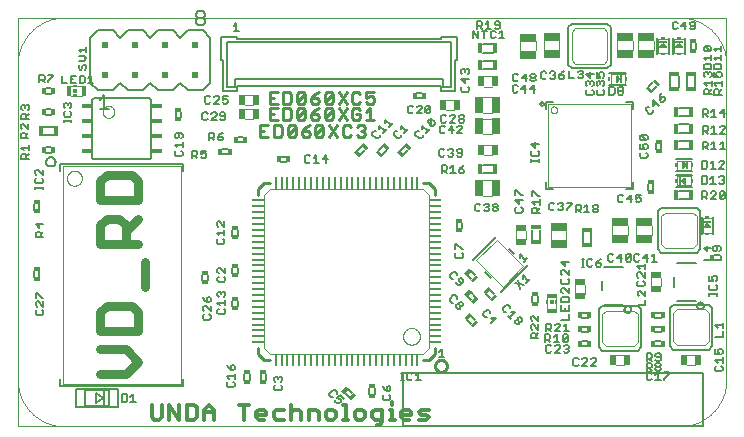
<source format=gto>
G75*
%MOIN*%
%OFA0B0*%
%FSLAX25Y25*%
%IPPOS*%
%LPD*%
%AMOC8*
5,1,8,0,0,1.08239X$1,22.5*
%
%ADD10C,0.00000*%
%ADD11C,0.00600*%
%ADD12C,0.01300*%
%ADD13C,0.03100*%
%ADD14C,0.01000*%
%ADD15C,0.00394*%
%ADD16R,0.03937X0.00787*%
%ADD17R,0.00787X0.03937*%
%ADD18C,0.00984*%
%ADD19C,0.00197*%
%ADD20C,0.00787*%
%ADD21R,0.01181X0.02362*%
%ADD22R,0.02362X0.01181*%
%ADD23C,0.00500*%
%ADD24R,0.00787X0.05512*%
%ADD25C,0.00400*%
%ADD26R,0.05709X0.02953*%
%ADD27R,0.00787X0.01575*%
%ADD28R,0.00787X0.03150*%
%ADD29R,0.02953X0.05709*%
%ADD30R,0.01969X0.03740*%
%ADD31R,0.01575X0.00787*%
%ADD32R,0.03150X0.00787*%
%ADD33R,0.01600X0.03400*%
%ADD34R,0.03400X0.01600*%
%ADD35R,0.03740X0.01969*%
%ADD36C,0.00200*%
%ADD37R,0.03543X0.01378*%
%ADD38R,0.02000X0.02000*%
%ADD39R,0.01575X0.03543*%
%ADD40R,0.01181X0.00591*%
%ADD41R,0.01181X0.01181*%
%ADD42R,0.03543X0.01575*%
%ADD43R,0.00591X0.01181*%
D10*
X0006118Y0012146D02*
X0006118Y0026320D01*
X0006118Y0027894D02*
X0006118Y0133406D01*
X0006118Y0148367D01*
X0020291Y0148367D01*
X0021866Y0148367D02*
X0227378Y0148367D01*
X0228165Y0148367D02*
X0242339Y0148367D01*
X0242339Y0134194D01*
X0242339Y0132619D02*
X0242339Y0027107D01*
X0242338Y0027107D02*
X0242319Y0026726D01*
X0242290Y0026345D01*
X0242252Y0025966D01*
X0242205Y0025587D01*
X0242148Y0025210D01*
X0242082Y0024834D01*
X0242007Y0024460D01*
X0241923Y0024087D01*
X0241829Y0023717D01*
X0241727Y0023350D01*
X0241615Y0022985D01*
X0241495Y0022623D01*
X0241366Y0022264D01*
X0241228Y0021908D01*
X0241082Y0021556D01*
X0240926Y0021207D01*
X0240763Y0020862D01*
X0240591Y0020522D01*
X0240410Y0020185D01*
X0240222Y0019854D01*
X0240025Y0019527D01*
X0239821Y0019204D01*
X0239608Y0018887D01*
X0239388Y0018576D01*
X0239160Y0018270D01*
X0238925Y0017969D01*
X0238683Y0017674D01*
X0238433Y0017386D01*
X0238176Y0017103D01*
X0237913Y0016827D01*
X0237643Y0016558D01*
X0237366Y0016295D01*
X0237083Y0016039D01*
X0236794Y0015790D01*
X0236499Y0015548D01*
X0236198Y0015314D01*
X0235891Y0015087D01*
X0235579Y0014867D01*
X0235261Y0014655D01*
X0234939Y0014452D01*
X0234611Y0014256D01*
X0234279Y0014068D01*
X0233942Y0013888D01*
X0233602Y0013717D01*
X0233256Y0013554D01*
X0232907Y0013400D01*
X0232555Y0013254D01*
X0232199Y0013117D01*
X0231839Y0012988D01*
X0231477Y0012869D01*
X0231112Y0012758D01*
X0230744Y0012657D01*
X0230374Y0012564D01*
X0230001Y0012481D01*
X0229627Y0012407D01*
X0229251Y0012342D01*
X0228874Y0012286D01*
X0228495Y0012239D01*
X0228115Y0012202D01*
X0227734Y0012174D01*
X0227353Y0012155D01*
X0226972Y0012146D01*
X0226590Y0012146D01*
X0226591Y0012146D02*
X0021079Y0012146D01*
X0006118Y0012146D01*
X0021079Y0012147D02*
X0020698Y0012166D01*
X0020317Y0012195D01*
X0019938Y0012233D01*
X0019559Y0012280D01*
X0019182Y0012337D01*
X0018806Y0012403D01*
X0018432Y0012478D01*
X0018059Y0012562D01*
X0017689Y0012656D01*
X0017322Y0012758D01*
X0016957Y0012870D01*
X0016595Y0012990D01*
X0016236Y0013119D01*
X0015880Y0013257D01*
X0015528Y0013403D01*
X0015179Y0013559D01*
X0014834Y0013722D01*
X0014494Y0013894D01*
X0014157Y0014075D01*
X0013826Y0014263D01*
X0013499Y0014460D01*
X0013176Y0014664D01*
X0012859Y0014877D01*
X0012548Y0015097D01*
X0012242Y0015325D01*
X0011941Y0015560D01*
X0011646Y0015802D01*
X0011358Y0016052D01*
X0011075Y0016309D01*
X0010799Y0016572D01*
X0010530Y0016842D01*
X0010267Y0017119D01*
X0010011Y0017402D01*
X0009762Y0017691D01*
X0009520Y0017986D01*
X0009286Y0018287D01*
X0009059Y0018594D01*
X0008839Y0018906D01*
X0008627Y0019224D01*
X0008424Y0019546D01*
X0008228Y0019874D01*
X0008040Y0020206D01*
X0007860Y0020543D01*
X0007689Y0020883D01*
X0007526Y0021229D01*
X0007372Y0021578D01*
X0007226Y0021930D01*
X0007089Y0022286D01*
X0006960Y0022646D01*
X0006841Y0023008D01*
X0006730Y0023373D01*
X0006629Y0023741D01*
X0006536Y0024111D01*
X0006453Y0024484D01*
X0006379Y0024858D01*
X0006314Y0025234D01*
X0006258Y0025611D01*
X0006211Y0025990D01*
X0006174Y0026370D01*
X0006146Y0026751D01*
X0006127Y0027132D01*
X0006118Y0027513D01*
X0006118Y0027895D01*
X0006118Y0133406D02*
X0006137Y0133787D01*
X0006166Y0134168D01*
X0006204Y0134547D01*
X0006251Y0134926D01*
X0006308Y0135303D01*
X0006374Y0135679D01*
X0006449Y0136053D01*
X0006533Y0136426D01*
X0006627Y0136796D01*
X0006729Y0137163D01*
X0006841Y0137528D01*
X0006961Y0137890D01*
X0007090Y0138249D01*
X0007228Y0138605D01*
X0007374Y0138957D01*
X0007530Y0139306D01*
X0007693Y0139651D01*
X0007865Y0139991D01*
X0008046Y0140328D01*
X0008234Y0140659D01*
X0008431Y0140986D01*
X0008635Y0141309D01*
X0008848Y0141626D01*
X0009068Y0141937D01*
X0009296Y0142243D01*
X0009531Y0142544D01*
X0009773Y0142839D01*
X0010023Y0143127D01*
X0010280Y0143410D01*
X0010543Y0143686D01*
X0010813Y0143955D01*
X0011090Y0144218D01*
X0011373Y0144474D01*
X0011662Y0144723D01*
X0011957Y0144965D01*
X0012258Y0145199D01*
X0012565Y0145426D01*
X0012877Y0145646D01*
X0013195Y0145858D01*
X0013517Y0146061D01*
X0013845Y0146257D01*
X0014177Y0146445D01*
X0014514Y0146625D01*
X0014854Y0146796D01*
X0015200Y0146959D01*
X0015549Y0147113D01*
X0015901Y0147259D01*
X0016257Y0147396D01*
X0016617Y0147525D01*
X0016979Y0147644D01*
X0017344Y0147755D01*
X0017712Y0147856D01*
X0018082Y0147949D01*
X0018455Y0148032D01*
X0018829Y0148106D01*
X0019205Y0148171D01*
X0019582Y0148227D01*
X0019961Y0148274D01*
X0020341Y0148311D01*
X0020722Y0148339D01*
X0021103Y0148358D01*
X0021484Y0148367D01*
X0021866Y0148367D01*
X0227378Y0148367D02*
X0227759Y0148348D01*
X0228140Y0148319D01*
X0228519Y0148281D01*
X0228898Y0148234D01*
X0229275Y0148177D01*
X0229651Y0148111D01*
X0230025Y0148036D01*
X0230398Y0147952D01*
X0230768Y0147858D01*
X0231135Y0147756D01*
X0231500Y0147644D01*
X0231862Y0147524D01*
X0232221Y0147395D01*
X0232577Y0147257D01*
X0232929Y0147111D01*
X0233278Y0146955D01*
X0233623Y0146792D01*
X0233963Y0146620D01*
X0234300Y0146439D01*
X0234631Y0146251D01*
X0234958Y0146054D01*
X0235281Y0145850D01*
X0235598Y0145637D01*
X0235909Y0145417D01*
X0236215Y0145189D01*
X0236516Y0144954D01*
X0236811Y0144712D01*
X0237099Y0144462D01*
X0237382Y0144205D01*
X0237658Y0143942D01*
X0237927Y0143672D01*
X0238190Y0143395D01*
X0238446Y0143112D01*
X0238695Y0142823D01*
X0238937Y0142528D01*
X0239171Y0142227D01*
X0239398Y0141920D01*
X0239618Y0141608D01*
X0239830Y0141290D01*
X0240033Y0140968D01*
X0240229Y0140640D01*
X0240417Y0140308D01*
X0240597Y0139971D01*
X0240768Y0139631D01*
X0240931Y0139285D01*
X0241085Y0138936D01*
X0241231Y0138584D01*
X0241368Y0138228D01*
X0241497Y0137868D01*
X0241616Y0137506D01*
X0241727Y0137141D01*
X0241828Y0136773D01*
X0241921Y0136403D01*
X0242004Y0136030D01*
X0242078Y0135656D01*
X0242143Y0135280D01*
X0242199Y0134903D01*
X0242246Y0134524D01*
X0242283Y0134144D01*
X0242311Y0133763D01*
X0242330Y0133382D01*
X0242339Y0133001D01*
X0242339Y0132619D01*
D11*
X0240661Y0132581D02*
X0240661Y0131305D01*
X0238109Y0131305D01*
X0238109Y0132581D01*
X0238534Y0133006D01*
X0240235Y0133006D01*
X0240661Y0132581D01*
X0240661Y0134205D02*
X0240661Y0135906D01*
X0240661Y0135056D02*
X0238109Y0135056D01*
X0238959Y0134205D01*
X0237314Y0134205D02*
X0237314Y0135906D01*
X0237314Y0135056D02*
X0234762Y0135056D01*
X0235613Y0134205D01*
X0235188Y0133006D02*
X0234762Y0132581D01*
X0234762Y0131305D01*
X0237314Y0131305D01*
X0237314Y0132581D01*
X0236889Y0133006D01*
X0235188Y0133006D01*
X0235325Y0130283D02*
X0235751Y0130283D01*
X0236176Y0129857D01*
X0236601Y0130283D01*
X0237027Y0130283D01*
X0237452Y0129857D01*
X0237452Y0129007D01*
X0237027Y0128582D01*
X0238168Y0128542D02*
X0239444Y0128542D01*
X0239019Y0129392D01*
X0239019Y0129818D01*
X0239444Y0130243D01*
X0240294Y0130243D01*
X0240720Y0129818D01*
X0240720Y0128967D01*
X0240294Y0128542D01*
X0240720Y0127343D02*
X0240720Y0125642D01*
X0240720Y0126492D02*
X0238168Y0126492D01*
X0239019Y0125642D01*
X0239444Y0124443D02*
X0239869Y0124017D01*
X0239869Y0122742D01*
X0239869Y0123592D02*
X0240720Y0124443D01*
X0239444Y0124443D02*
X0238593Y0124443D01*
X0238168Y0124017D01*
X0238168Y0122742D01*
X0240720Y0122742D01*
X0237452Y0122781D02*
X0234900Y0122781D01*
X0234900Y0124057D01*
X0235325Y0124483D01*
X0236176Y0124483D01*
X0236601Y0124057D01*
X0236601Y0122781D01*
X0236601Y0123632D02*
X0237452Y0124483D01*
X0237452Y0125681D02*
X0237452Y0127383D01*
X0237452Y0126532D02*
X0234900Y0126532D01*
X0235751Y0125681D01*
X0235325Y0128582D02*
X0234900Y0129007D01*
X0234900Y0129857D01*
X0235325Y0130283D01*
X0236176Y0129857D02*
X0236176Y0129432D01*
X0238168Y0130243D02*
X0238168Y0128542D01*
X0231929Y0128808D02*
X0231929Y0125406D01*
X0229126Y0125406D02*
X0229126Y0128808D01*
X0226417Y0128808D02*
X0226417Y0125406D01*
X0223614Y0125406D02*
X0223614Y0128808D01*
X0219235Y0125591D02*
X0217871Y0124226D01*
X0216623Y0125474D02*
X0217988Y0126838D01*
X0220394Y0123114D02*
X0220093Y0122212D01*
X0220093Y0121009D01*
X0220996Y0121911D01*
X0221597Y0121911D01*
X0221898Y0121610D01*
X0221898Y0121009D01*
X0221296Y0120407D01*
X0220695Y0120407D01*
X0220093Y0121009D01*
X0219246Y0120161D02*
X0218043Y0118958D01*
X0218043Y0120762D01*
X0219847Y0118958D01*
X0217796Y0117509D02*
X0217796Y0116907D01*
X0217195Y0116306D01*
X0216593Y0116306D01*
X0215391Y0117509D01*
X0215391Y0118110D01*
X0215992Y0118712D01*
X0216593Y0118712D01*
X0207975Y0123108D02*
X0207550Y0122683D01*
X0206699Y0122683D01*
X0206274Y0123108D01*
X0206274Y0123533D01*
X0206699Y0123958D01*
X0207550Y0123958D01*
X0207975Y0123533D01*
X0207975Y0123108D01*
X0207550Y0123958D02*
X0207975Y0124384D01*
X0207975Y0124809D01*
X0207550Y0125234D01*
X0206699Y0125234D01*
X0206274Y0124809D01*
X0206274Y0124384D01*
X0206699Y0123958D01*
X0205075Y0123108D02*
X0205075Y0124809D01*
X0204650Y0125234D01*
X0203374Y0125234D01*
X0203374Y0122683D01*
X0204650Y0122683D01*
X0205075Y0123108D01*
X0201606Y0123029D02*
X0201606Y0123880D01*
X0201180Y0124305D01*
X0201180Y0125504D02*
X0201606Y0125929D01*
X0201606Y0126780D01*
X0201180Y0127205D01*
X0200755Y0127205D01*
X0200330Y0126780D01*
X0200330Y0126354D01*
X0200330Y0126780D02*
X0199904Y0127205D01*
X0199479Y0127205D01*
X0199054Y0126780D01*
X0199054Y0125929D01*
X0199479Y0125504D01*
X0199479Y0124305D02*
X0199054Y0123880D01*
X0199054Y0123029D01*
X0199479Y0122604D01*
X0201180Y0122604D01*
X0201606Y0123029D01*
X0198062Y0123029D02*
X0198062Y0123880D01*
X0197637Y0124305D01*
X0197637Y0125504D02*
X0198062Y0125929D01*
X0198062Y0126780D01*
X0197637Y0127205D01*
X0197212Y0127205D01*
X0196786Y0126780D01*
X0196786Y0126354D01*
X0196786Y0126780D02*
X0196361Y0127205D01*
X0195936Y0127205D01*
X0195510Y0126780D01*
X0195510Y0125929D01*
X0195936Y0125504D01*
X0195936Y0124305D02*
X0195510Y0123880D01*
X0195510Y0123029D01*
X0195936Y0122604D01*
X0197637Y0122604D01*
X0198062Y0123029D01*
X0199054Y0128404D02*
X0200330Y0128404D01*
X0199904Y0129255D01*
X0199904Y0129680D01*
X0200330Y0130105D01*
X0201180Y0130105D01*
X0201606Y0129680D01*
X0201606Y0128829D01*
X0201180Y0128404D01*
X0199054Y0128404D02*
X0199054Y0130105D01*
X0198062Y0129680D02*
X0195510Y0129680D01*
X0196786Y0128404D01*
X0196786Y0130105D01*
X0194484Y0129896D02*
X0194484Y0130321D01*
X0194059Y0130746D01*
X0193208Y0130746D01*
X0192783Y0130321D01*
X0193633Y0129470D02*
X0194059Y0129470D01*
X0194484Y0129045D01*
X0194484Y0128620D01*
X0194059Y0128194D01*
X0193208Y0128194D01*
X0192783Y0128620D01*
X0191584Y0128194D02*
X0189883Y0128194D01*
X0189883Y0130746D01*
X0188172Y0130471D02*
X0187321Y0130045D01*
X0186471Y0129195D01*
X0187747Y0129195D01*
X0188172Y0128769D01*
X0188172Y0128344D01*
X0187747Y0127919D01*
X0186896Y0127919D01*
X0186471Y0128344D01*
X0186471Y0129195D01*
X0185272Y0129620D02*
X0184847Y0129195D01*
X0185272Y0128769D01*
X0185272Y0128344D01*
X0184847Y0127919D01*
X0183996Y0127919D01*
X0183571Y0128344D01*
X0182372Y0128344D02*
X0181946Y0127919D01*
X0181096Y0127919D01*
X0180671Y0128344D01*
X0180671Y0130045D01*
X0181096Y0130471D01*
X0181946Y0130471D01*
X0182372Y0130045D01*
X0183571Y0130045D02*
X0183996Y0130471D01*
X0184847Y0130471D01*
X0185272Y0130045D01*
X0185272Y0129620D01*
X0184847Y0129195D02*
X0184421Y0129195D01*
X0178723Y0129258D02*
X0178723Y0128833D01*
X0178298Y0128407D01*
X0177447Y0128407D01*
X0177022Y0128833D01*
X0177022Y0129258D01*
X0177447Y0129683D01*
X0178298Y0129683D01*
X0178723Y0129258D01*
X0178298Y0128407D02*
X0178723Y0127982D01*
X0178723Y0127557D01*
X0178298Y0127131D01*
X0177447Y0127131D01*
X0177022Y0127557D01*
X0177022Y0127982D01*
X0177447Y0128407D01*
X0175823Y0128407D02*
X0174122Y0128407D01*
X0175398Y0129683D01*
X0175398Y0127131D01*
X0175260Y0125884D02*
X0173984Y0124608D01*
X0175685Y0124608D01*
X0176884Y0124608D02*
X0178160Y0125884D01*
X0178160Y0123332D01*
X0178585Y0124608D02*
X0176884Y0124608D01*
X0175260Y0123332D02*
X0175260Y0125884D01*
X0172785Y0125459D02*
X0172360Y0125884D01*
X0171509Y0125884D01*
X0171084Y0125459D01*
X0171084Y0123757D01*
X0171509Y0123332D01*
X0172360Y0123332D01*
X0172785Y0123757D01*
X0172498Y0127131D02*
X0172923Y0127557D01*
X0172498Y0127131D02*
X0171647Y0127131D01*
X0171222Y0127557D01*
X0171222Y0129258D01*
X0171647Y0129683D01*
X0172498Y0129683D01*
X0172923Y0129258D01*
X0164512Y0131217D02*
X0161110Y0131217D01*
X0161110Y0134020D02*
X0164512Y0134020D01*
X0164512Y0136729D02*
X0161110Y0136729D01*
X0161110Y0139532D02*
X0164512Y0139532D01*
X0164173Y0141442D02*
X0165024Y0141442D01*
X0165449Y0141868D01*
X0166648Y0141442D02*
X0168349Y0141442D01*
X0167498Y0141442D02*
X0167498Y0143994D01*
X0166648Y0143144D01*
X0165449Y0143569D02*
X0165024Y0143994D01*
X0164173Y0143994D01*
X0163748Y0143569D01*
X0163748Y0141868D01*
X0164173Y0141442D01*
X0161698Y0141442D02*
X0161698Y0143994D01*
X0162173Y0144592D02*
X0163874Y0144592D01*
X0163024Y0144592D02*
X0163024Y0147144D01*
X0162173Y0146293D01*
X0160974Y0145868D02*
X0160549Y0145443D01*
X0159273Y0145443D01*
X0160123Y0145443D02*
X0160974Y0144592D01*
X0160848Y0143994D02*
X0162549Y0143994D01*
X0165073Y0145017D02*
X0165498Y0144592D01*
X0166349Y0144592D01*
X0166774Y0145017D01*
X0166774Y0146718D01*
X0166349Y0147144D01*
X0165498Y0147144D01*
X0165073Y0146718D01*
X0165073Y0146293D01*
X0165498Y0145868D01*
X0166774Y0145868D01*
X0160974Y0145868D02*
X0160974Y0146718D01*
X0160549Y0147144D01*
X0159273Y0147144D01*
X0159273Y0144592D01*
X0159649Y0143994D02*
X0159649Y0141442D01*
X0157948Y0143994D01*
X0157948Y0141442D01*
X0156062Y0131208D02*
X0156487Y0130783D01*
X0156487Y0129932D01*
X0156062Y0129507D01*
X0155212Y0130357D02*
X0155212Y0130783D01*
X0155637Y0131208D01*
X0156062Y0131208D01*
X0155212Y0130783D02*
X0154786Y0131208D01*
X0154361Y0131208D01*
X0153936Y0130783D01*
X0153936Y0129932D01*
X0154361Y0129507D01*
X0155212Y0128308D02*
X0155212Y0126607D01*
X0153936Y0127883D01*
X0156487Y0127883D01*
X0156062Y0125408D02*
X0156487Y0124982D01*
X0156487Y0124132D01*
X0156062Y0123707D01*
X0154361Y0123707D01*
X0153936Y0124132D01*
X0153936Y0124982D01*
X0154361Y0125408D01*
X0143703Y0118648D02*
X0142002Y0116946D01*
X0142427Y0116521D01*
X0143278Y0116521D01*
X0143703Y0116946D01*
X0143703Y0118648D01*
X0143278Y0119073D01*
X0142427Y0119073D01*
X0142002Y0118648D01*
X0142002Y0116946D01*
X0140803Y0116521D02*
X0139102Y0116521D01*
X0140803Y0118222D01*
X0140803Y0118648D01*
X0140378Y0119073D01*
X0139527Y0119073D01*
X0139102Y0118648D01*
X0137903Y0118648D02*
X0137477Y0119073D01*
X0136627Y0119073D01*
X0136202Y0118648D01*
X0136202Y0116946D01*
X0136627Y0116521D01*
X0137477Y0116521D01*
X0137903Y0116946D01*
X0142779Y0114053D02*
X0143380Y0114654D01*
X0143982Y0114654D01*
X0143982Y0112248D01*
X0144583Y0112248D01*
X0145185Y0112850D01*
X0145185Y0113451D01*
X0143982Y0114654D01*
X0142779Y0114053D02*
X0142779Y0113451D01*
X0143982Y0112248D01*
X0143435Y0111100D02*
X0142232Y0109897D01*
X0142833Y0110498D02*
X0141029Y0112303D01*
X0141029Y0111100D01*
X0139880Y0110553D02*
X0139279Y0110553D01*
X0138677Y0109951D01*
X0138677Y0109350D01*
X0139880Y0108147D01*
X0140482Y0108147D01*
X0141083Y0108748D01*
X0141083Y0109350D01*
X0136151Y0111100D02*
X0134948Y0109897D01*
X0135550Y0110498D02*
X0133745Y0112303D01*
X0133745Y0111100D01*
X0132597Y0110553D02*
X0131995Y0110553D01*
X0131394Y0109951D01*
X0131394Y0109350D01*
X0132597Y0108147D01*
X0133198Y0108147D01*
X0133800Y0108748D01*
X0133800Y0109350D01*
X0135114Y0105578D02*
X0133749Y0104214D01*
X0134997Y0102967D02*
X0136361Y0104331D01*
X0129077Y0104331D02*
X0127713Y0102967D01*
X0126466Y0104214D02*
X0127830Y0105578D01*
X0126112Y0108147D02*
X0126713Y0108748D01*
X0126713Y0109350D01*
X0127862Y0109897D02*
X0129065Y0111100D01*
X0128463Y0110498D02*
X0126659Y0112303D01*
X0126659Y0111100D01*
X0125510Y0110553D02*
X0124909Y0110553D01*
X0124307Y0109951D01*
X0124307Y0109350D01*
X0125510Y0108147D01*
X0126112Y0108147D01*
X0121991Y0104331D02*
X0120627Y0102967D01*
X0119379Y0104214D02*
X0120743Y0105578D01*
X0129912Y0111948D02*
X0131115Y0113150D01*
X0130514Y0112549D02*
X0128709Y0114353D01*
X0128709Y0113150D01*
X0139012Y0121501D02*
X0140941Y0121501D01*
X0140941Y0123264D02*
X0139012Y0123264D01*
X0147225Y0115540D02*
X0147225Y0113805D01*
X0147659Y0113371D01*
X0148526Y0113371D01*
X0148960Y0113805D01*
X0150172Y0113371D02*
X0151907Y0115106D01*
X0151907Y0115540D01*
X0151473Y0115974D01*
X0150605Y0115974D01*
X0150172Y0115540D01*
X0148960Y0115540D02*
X0148526Y0115974D01*
X0147659Y0115974D01*
X0147225Y0115540D01*
X0150172Y0113371D02*
X0151907Y0113371D01*
X0153118Y0113805D02*
X0153118Y0114239D01*
X0153552Y0114673D01*
X0154419Y0114673D01*
X0154853Y0114239D01*
X0154853Y0113805D01*
X0154419Y0113371D01*
X0153552Y0113371D01*
X0153118Y0113805D01*
X0153552Y0114673D02*
X0153118Y0115106D01*
X0153118Y0115540D01*
X0153552Y0115974D01*
X0154419Y0115974D01*
X0154853Y0115540D01*
X0154853Y0115106D01*
X0154419Y0114673D01*
X0153888Y0112360D02*
X0153038Y0112360D01*
X0152612Y0111935D01*
X0153888Y0112360D02*
X0154314Y0111935D01*
X0154314Y0111510D01*
X0152612Y0109809D01*
X0154314Y0109809D01*
X0151414Y0111084D02*
X0149712Y0111084D01*
X0150988Y0112360D01*
X0150988Y0109809D01*
X0148513Y0110234D02*
X0148088Y0109809D01*
X0147238Y0109809D01*
X0146812Y0110234D01*
X0146812Y0111935D01*
X0147238Y0112360D01*
X0148088Y0112360D01*
X0148513Y0111935D01*
X0147950Y0104624D02*
X0147100Y0104624D01*
X0146674Y0104199D01*
X0146674Y0102498D01*
X0147100Y0102072D01*
X0147950Y0102072D01*
X0148376Y0102498D01*
X0149575Y0102498D02*
X0150000Y0102072D01*
X0150850Y0102072D01*
X0151276Y0102498D01*
X0151276Y0102923D01*
X0150850Y0103348D01*
X0150425Y0103348D01*
X0150850Y0103348D02*
X0151276Y0103773D01*
X0151276Y0104199D01*
X0150850Y0104624D01*
X0150000Y0104624D01*
X0149575Y0104199D01*
X0148376Y0104199D02*
X0147950Y0104624D01*
X0152475Y0104199D02*
X0152475Y0103773D01*
X0152900Y0103348D01*
X0154176Y0103348D01*
X0154176Y0102498D02*
X0154176Y0104199D01*
X0153751Y0104624D01*
X0152900Y0104624D01*
X0152475Y0104199D01*
X0152475Y0102498D02*
X0152900Y0102072D01*
X0153751Y0102072D01*
X0154176Y0102498D01*
X0154963Y0099112D02*
X0154113Y0098687D01*
X0153262Y0097836D01*
X0154538Y0097836D01*
X0154963Y0097411D01*
X0154963Y0096986D01*
X0154538Y0096560D01*
X0153687Y0096560D01*
X0153262Y0096986D01*
X0153262Y0097836D01*
X0152063Y0096560D02*
X0150362Y0096560D01*
X0151213Y0096560D02*
X0151213Y0099112D01*
X0150362Y0098262D01*
X0149163Y0098687D02*
X0149163Y0097836D01*
X0148738Y0097411D01*
X0147462Y0097411D01*
X0148312Y0097411D02*
X0149163Y0096560D01*
X0147462Y0096560D02*
X0147462Y0099112D01*
X0148738Y0099112D01*
X0149163Y0098687D01*
X0161110Y0099375D02*
X0164512Y0099375D01*
X0164512Y0096571D02*
X0161110Y0096571D01*
X0171908Y0090913D02*
X0172333Y0090913D01*
X0174035Y0089212D01*
X0174460Y0089212D01*
X0174460Y0087587D02*
X0171908Y0087587D01*
X0173184Y0086311D01*
X0173184Y0088013D01*
X0171908Y0089212D02*
X0171908Y0090913D01*
X0177538Y0090676D02*
X0177538Y0088975D01*
X0177538Y0090676D02*
X0177963Y0090676D01*
X0179664Y0088975D01*
X0180090Y0088975D01*
X0180090Y0087776D02*
X0180090Y0086075D01*
X0180090Y0086925D02*
X0177538Y0086925D01*
X0178389Y0086075D01*
X0178814Y0084876D02*
X0179239Y0084451D01*
X0179239Y0083175D01*
X0179239Y0084025D02*
X0180090Y0084876D01*
X0178814Y0084876D02*
X0177963Y0084876D01*
X0177538Y0084451D01*
X0177538Y0083175D01*
X0180090Y0083175D01*
X0183308Y0084604D02*
X0183308Y0086305D01*
X0183733Y0086730D01*
X0184584Y0086730D01*
X0185009Y0086305D01*
X0186208Y0086305D02*
X0186633Y0086730D01*
X0187484Y0086730D01*
X0187909Y0086305D01*
X0187909Y0085880D01*
X0187484Y0085454D01*
X0187909Y0085029D01*
X0187909Y0084604D01*
X0187484Y0084179D01*
X0186633Y0084179D01*
X0186208Y0084604D01*
X0185009Y0084604D02*
X0184584Y0084179D01*
X0183733Y0084179D01*
X0183308Y0084604D01*
X0187059Y0085454D02*
X0187484Y0085454D01*
X0189108Y0084604D02*
X0189108Y0084179D01*
X0189108Y0084604D02*
X0190809Y0086305D01*
X0190809Y0086730D01*
X0189108Y0086730D01*
X0192107Y0086002D02*
X0193383Y0086002D01*
X0193808Y0085577D01*
X0193808Y0084726D01*
X0193383Y0084301D01*
X0192107Y0084301D01*
X0192958Y0084301D02*
X0193808Y0083450D01*
X0195007Y0083450D02*
X0196708Y0083450D01*
X0195858Y0083450D02*
X0195858Y0086002D01*
X0195007Y0085151D01*
X0197907Y0085151D02*
X0197907Y0085577D01*
X0198333Y0086002D01*
X0199183Y0086002D01*
X0199608Y0085577D01*
X0199608Y0085151D01*
X0199183Y0084726D01*
X0198333Y0084726D01*
X0197907Y0085151D01*
X0198333Y0084726D02*
X0197907Y0084301D01*
X0197907Y0083876D01*
X0198333Y0083450D01*
X0199183Y0083450D01*
X0199608Y0083876D01*
X0199608Y0084301D01*
X0199183Y0084726D01*
X0192107Y0083450D02*
X0192107Y0086002D01*
X0180354Y0077627D02*
X0180354Y0074225D01*
X0177551Y0074225D02*
X0177551Y0077627D01*
X0174035Y0083411D02*
X0172333Y0083411D01*
X0171908Y0083837D01*
X0171908Y0084687D01*
X0172333Y0085112D01*
X0174035Y0085112D02*
X0174460Y0084687D01*
X0174460Y0083837D01*
X0174035Y0083411D01*
X0166125Y0084250D02*
X0165699Y0083824D01*
X0164849Y0083824D01*
X0164423Y0084250D01*
X0164423Y0084675D01*
X0164849Y0085100D01*
X0165699Y0085100D01*
X0166125Y0084675D01*
X0166125Y0084250D01*
X0165699Y0085100D02*
X0166125Y0085525D01*
X0166125Y0085951D01*
X0165699Y0086376D01*
X0164849Y0086376D01*
X0164423Y0085951D01*
X0164423Y0085525D01*
X0164849Y0085100D01*
X0163225Y0084675D02*
X0163225Y0084250D01*
X0162799Y0083824D01*
X0161949Y0083824D01*
X0161523Y0084250D01*
X0160324Y0084250D02*
X0159899Y0083824D01*
X0159049Y0083824D01*
X0158623Y0084250D01*
X0158623Y0085951D01*
X0159049Y0086376D01*
X0159899Y0086376D01*
X0160324Y0085951D01*
X0161523Y0085951D02*
X0161949Y0086376D01*
X0162799Y0086376D01*
X0163225Y0085951D01*
X0163225Y0085525D01*
X0162799Y0085100D01*
X0163225Y0084675D01*
X0162799Y0085100D02*
X0162374Y0085100D01*
X0154244Y0080040D02*
X0154244Y0078111D01*
X0152480Y0078111D02*
X0152480Y0080040D01*
X0152373Y0072815D02*
X0154074Y0071114D01*
X0154499Y0071114D01*
X0154074Y0069915D02*
X0154499Y0069490D01*
X0154499Y0068639D01*
X0154074Y0068214D01*
X0152373Y0068214D01*
X0151947Y0068639D01*
X0151947Y0069490D01*
X0152373Y0069915D01*
X0151947Y0071114D02*
X0151947Y0072815D01*
X0152373Y0072815D01*
X0151955Y0063642D02*
X0151353Y0063642D01*
X0150150Y0062439D01*
X0150150Y0061838D01*
X0150752Y0061236D01*
X0151353Y0061236D01*
X0152201Y0060389D02*
X0152201Y0059787D01*
X0152802Y0059186D01*
X0153404Y0059186D01*
X0154607Y0060389D01*
X0154607Y0060990D01*
X0154005Y0061591D01*
X0153404Y0061591D01*
X0153103Y0061291D01*
X0153103Y0060689D01*
X0154005Y0059787D01*
X0152556Y0062439D02*
X0152556Y0063041D01*
X0151955Y0063642D01*
X0155994Y0062598D02*
X0157358Y0061234D01*
X0158605Y0062482D02*
X0157241Y0063846D01*
X0157241Y0056759D02*
X0158605Y0055395D01*
X0157358Y0054148D02*
X0155994Y0055512D01*
X0154005Y0053717D02*
X0154607Y0053116D01*
X0154607Y0052515D01*
X0154306Y0052214D01*
X0153705Y0052214D01*
X0153103Y0052815D01*
X0153103Y0053417D01*
X0153404Y0053717D01*
X0154005Y0053717D01*
X0153103Y0052815D02*
X0152502Y0052815D01*
X0152201Y0052515D01*
X0152201Y0051913D01*
X0152802Y0051312D01*
X0153404Y0051312D01*
X0153705Y0051612D01*
X0153705Y0052214D01*
X0152556Y0054565D02*
X0152556Y0055167D01*
X0151955Y0055768D01*
X0151353Y0055768D01*
X0150150Y0054565D01*
X0150150Y0053964D01*
X0150752Y0053362D01*
X0151353Y0053362D01*
X0157241Y0048885D02*
X0158605Y0047521D01*
X0157358Y0046274D02*
X0155994Y0047638D01*
X0161174Y0049239D02*
X0161775Y0048638D01*
X0162377Y0048638D01*
X0161174Y0049239D02*
X0161174Y0049841D01*
X0162377Y0051044D01*
X0162978Y0051044D01*
X0163580Y0050442D01*
X0163580Y0049841D01*
X0163826Y0048392D02*
X0165029Y0047189D01*
X0165630Y0048392D02*
X0163826Y0048392D01*
X0165630Y0048392D02*
X0163826Y0046587D01*
X0169505Y0049068D02*
X0170708Y0047865D01*
X0170107Y0048466D02*
X0171911Y0050271D01*
X0170708Y0050271D01*
X0170161Y0051419D02*
X0170161Y0052021D01*
X0169560Y0052622D01*
X0168958Y0052622D01*
X0167755Y0051419D01*
X0167755Y0050818D01*
X0168357Y0050216D01*
X0168958Y0050216D01*
X0171857Y0047318D02*
X0172157Y0047618D01*
X0172759Y0047618D01*
X0173360Y0047017D01*
X0173360Y0046416D01*
X0173060Y0046115D01*
X0172458Y0046115D01*
X0171857Y0046716D01*
X0171857Y0047318D01*
X0172759Y0047618D02*
X0172759Y0048220D01*
X0173060Y0048521D01*
X0173661Y0048521D01*
X0174262Y0047919D01*
X0174262Y0047318D01*
X0173962Y0047017D01*
X0173360Y0047017D01*
X0177094Y0047769D02*
X0177528Y0047335D01*
X0177094Y0047769D02*
X0177094Y0048637D01*
X0177528Y0049070D01*
X0177961Y0049070D01*
X0179696Y0047335D01*
X0179696Y0049070D01*
X0179696Y0046124D02*
X0179696Y0044389D01*
X0177961Y0046124D01*
X0177528Y0046124D01*
X0177094Y0045690D01*
X0177094Y0044823D01*
X0177528Y0044389D01*
X0177528Y0043177D02*
X0178395Y0043177D01*
X0178829Y0042743D01*
X0178829Y0041442D01*
X0179696Y0041442D02*
X0177094Y0041442D01*
X0177094Y0042743D01*
X0177528Y0043177D01*
X0178829Y0042310D02*
X0179696Y0043177D01*
X0181968Y0042813D02*
X0183269Y0042813D01*
X0183703Y0042379D01*
X0183703Y0041512D01*
X0183269Y0041078D01*
X0181968Y0041078D01*
X0181968Y0040211D02*
X0181968Y0042813D01*
X0182165Y0043754D02*
X0182165Y0046356D01*
X0183466Y0046356D01*
X0183900Y0045923D01*
X0183900Y0045055D01*
X0183466Y0044622D01*
X0182165Y0044622D01*
X0183033Y0044622D02*
X0183900Y0043754D01*
X0185112Y0043754D02*
X0186846Y0045489D01*
X0186846Y0045923D01*
X0186413Y0046356D01*
X0185545Y0046356D01*
X0185112Y0045923D01*
X0187330Y0047742D02*
X0189932Y0047742D01*
X0189932Y0049476D01*
X0189932Y0050688D02*
X0187330Y0050688D01*
X0187330Y0052423D01*
X0187330Y0053635D02*
X0187330Y0054936D01*
X0187764Y0055369D01*
X0189499Y0055369D01*
X0189932Y0054936D01*
X0189932Y0053635D01*
X0187330Y0053635D01*
X0189932Y0052423D02*
X0189932Y0050688D01*
X0188631Y0050688D02*
X0188631Y0051555D01*
X0194130Y0050036D02*
X0196059Y0050036D01*
X0196059Y0048272D02*
X0194130Y0048272D01*
X0194130Y0045312D02*
X0196059Y0045312D01*
X0196059Y0043548D02*
X0194130Y0043548D01*
X0194130Y0040587D02*
X0196059Y0040587D01*
X0196059Y0038823D02*
X0194130Y0038823D01*
X0194700Y0034871D02*
X0194266Y0034438D01*
X0194700Y0034871D02*
X0195567Y0034871D01*
X0196001Y0034438D01*
X0196001Y0034004D01*
X0194266Y0032269D01*
X0196001Y0032269D01*
X0197213Y0032269D02*
X0198948Y0034004D01*
X0198948Y0034438D01*
X0198514Y0034871D01*
X0197646Y0034871D01*
X0197213Y0034438D01*
X0197213Y0032269D02*
X0198948Y0032269D01*
X0193054Y0032703D02*
X0192621Y0032269D01*
X0191753Y0032269D01*
X0191320Y0032703D01*
X0191320Y0034438D01*
X0191753Y0034871D01*
X0192621Y0034871D01*
X0193054Y0034438D01*
X0189793Y0037101D02*
X0189359Y0036668D01*
X0188492Y0036668D01*
X0188058Y0037101D01*
X0188926Y0037969D02*
X0189359Y0037969D01*
X0189793Y0037535D01*
X0189793Y0037101D01*
X0189359Y0037969D02*
X0189793Y0038402D01*
X0189793Y0038836D01*
X0189359Y0039270D01*
X0188492Y0039270D01*
X0188058Y0038836D01*
X0186846Y0038836D02*
X0186413Y0039270D01*
X0185545Y0039270D01*
X0185112Y0038836D01*
X0183900Y0038836D02*
X0183466Y0039270D01*
X0182599Y0039270D01*
X0182165Y0038836D01*
X0182165Y0037101D01*
X0182599Y0036668D01*
X0183466Y0036668D01*
X0183900Y0037101D01*
X0185112Y0036668D02*
X0186846Y0038402D01*
X0186846Y0038836D01*
X0186650Y0040211D02*
X0184915Y0040211D01*
X0185782Y0040211D02*
X0185782Y0042813D01*
X0184915Y0041946D01*
X0185112Y0043754D02*
X0186846Y0043754D01*
X0188058Y0043754D02*
X0189793Y0043754D01*
X0188926Y0043754D02*
X0188926Y0046356D01*
X0188058Y0045489D01*
X0188295Y0042813D02*
X0187861Y0042379D01*
X0187861Y0040645D01*
X0189596Y0042379D01*
X0189596Y0040645D01*
X0189162Y0040211D01*
X0188295Y0040211D01*
X0187861Y0040645D01*
X0183703Y0040211D02*
X0182836Y0041078D01*
X0185112Y0036668D02*
X0186846Y0036668D01*
X0188295Y0042813D02*
X0189162Y0042813D01*
X0189596Y0042379D01*
X0179441Y0053701D02*
X0179441Y0055631D01*
X0177677Y0055631D02*
X0177677Y0053701D01*
X0173552Y0057980D02*
X0172950Y0060987D01*
X0174399Y0061234D02*
X0174399Y0062436D01*
X0176204Y0060632D01*
X0175602Y0060031D02*
X0176805Y0061234D01*
X0174754Y0059183D02*
X0171747Y0059784D01*
X0164904Y0056182D02*
X0163540Y0057546D01*
X0162293Y0056299D02*
X0163657Y0054935D01*
X0174722Y0067009D02*
X0175949Y0068236D01*
X0175335Y0067623D02*
X0173495Y0069463D01*
X0173495Y0068236D01*
X0187262Y0066844D02*
X0188563Y0065543D01*
X0188563Y0067278D01*
X0187262Y0066844D02*
X0189865Y0066844D01*
X0189865Y0064331D02*
X0189865Y0062597D01*
X0188130Y0064331D01*
X0187696Y0064331D01*
X0187262Y0063898D01*
X0187262Y0063030D01*
X0187696Y0062597D01*
X0187696Y0061385D02*
X0187262Y0060951D01*
X0187262Y0060084D01*
X0187696Y0059650D01*
X0189431Y0059650D01*
X0189865Y0060084D01*
X0189865Y0060951D01*
X0189431Y0061385D01*
X0189932Y0058316D02*
X0189932Y0056581D01*
X0188197Y0058316D01*
X0187764Y0058316D01*
X0187330Y0057882D01*
X0187330Y0057015D01*
X0187764Y0056581D01*
X0194070Y0065360D02*
X0194921Y0065360D01*
X0194496Y0065360D02*
X0194496Y0067911D01*
X0194921Y0067911D02*
X0194070Y0067911D01*
X0196004Y0067486D02*
X0196004Y0065785D01*
X0196429Y0065360D01*
X0197280Y0065360D01*
X0197705Y0065785D01*
X0198904Y0065785D02*
X0198904Y0066636D01*
X0200180Y0066636D01*
X0200605Y0066210D01*
X0200605Y0065785D01*
X0200180Y0065360D01*
X0199329Y0065360D01*
X0198904Y0065785D01*
X0198904Y0066636D02*
X0199754Y0067486D01*
X0200605Y0067911D01*
X0202993Y0067478D02*
X0202993Y0069179D01*
X0203418Y0069604D01*
X0204269Y0069604D01*
X0204694Y0069179D01*
X0205893Y0068328D02*
X0207594Y0068328D01*
X0207169Y0067053D02*
X0207169Y0069604D01*
X0205893Y0068328D01*
X0204694Y0067478D02*
X0204269Y0067053D01*
X0203418Y0067053D01*
X0202993Y0067478D01*
X0197705Y0067486D02*
X0197280Y0067911D01*
X0196429Y0067911D01*
X0196004Y0067486D01*
X0197283Y0073438D02*
X0197283Y0076839D01*
X0194480Y0076839D02*
X0194480Y0073438D01*
X0208793Y0069179D02*
X0208793Y0067478D01*
X0210494Y0069179D01*
X0210494Y0067478D01*
X0210069Y0067053D01*
X0209218Y0067053D01*
X0208793Y0067478D01*
X0208793Y0069179D02*
X0209218Y0069604D01*
X0210069Y0069604D01*
X0210494Y0069179D01*
X0211654Y0069179D02*
X0211654Y0067478D01*
X0212080Y0067053D01*
X0212930Y0067053D01*
X0213356Y0067478D01*
X0214554Y0068328D02*
X0215830Y0069604D01*
X0215830Y0067053D01*
X0215129Y0066393D02*
X0215129Y0064658D01*
X0215129Y0065526D02*
X0212527Y0065526D01*
X0213394Y0064658D01*
X0213394Y0063447D02*
X0212961Y0063447D01*
X0212527Y0063013D01*
X0212527Y0062145D01*
X0212961Y0061712D01*
X0212961Y0060500D02*
X0212527Y0060066D01*
X0212527Y0059199D01*
X0212961Y0058765D01*
X0214695Y0058765D01*
X0215129Y0059199D01*
X0215129Y0060066D01*
X0214695Y0060500D01*
X0215129Y0061712D02*
X0213394Y0063447D01*
X0215129Y0063447D02*
X0215129Y0061712D01*
X0215317Y0057298D02*
X0215317Y0055563D01*
X0213583Y0057298D01*
X0213149Y0057298D01*
X0212715Y0056864D01*
X0212715Y0055996D01*
X0213149Y0055563D01*
X0215317Y0054351D02*
X0215317Y0052616D01*
X0212715Y0052616D01*
X0218539Y0050036D02*
X0220469Y0050036D01*
X0220469Y0048272D02*
X0218539Y0048272D01*
X0218539Y0045312D02*
X0220469Y0045312D01*
X0220469Y0043548D02*
X0218539Y0043548D01*
X0218539Y0040587D02*
X0220469Y0040587D01*
X0220469Y0038823D02*
X0218539Y0038823D01*
X0219109Y0036446D02*
X0218676Y0036012D01*
X0218676Y0035579D01*
X0219109Y0035145D01*
X0220410Y0035145D01*
X0220410Y0034278D02*
X0220410Y0036012D01*
X0219977Y0036446D01*
X0219109Y0036446D01*
X0217464Y0036012D02*
X0217464Y0035145D01*
X0217030Y0034711D01*
X0215729Y0034711D01*
X0215729Y0033844D02*
X0215729Y0036446D01*
X0217030Y0036446D01*
X0217464Y0036012D01*
X0216597Y0034711D02*
X0217464Y0033844D01*
X0217030Y0033297D02*
X0217464Y0032863D01*
X0217464Y0031995D01*
X0217030Y0031562D01*
X0215729Y0031562D01*
X0216597Y0031562D02*
X0217464Y0030694D01*
X0217030Y0030147D02*
X0216163Y0030147D01*
X0215729Y0029713D01*
X0215729Y0027978D01*
X0216163Y0027545D01*
X0217030Y0027545D01*
X0217464Y0027978D01*
X0218676Y0027545D02*
X0220410Y0027545D01*
X0219543Y0027545D02*
X0219543Y0030147D01*
X0218676Y0029280D01*
X0217464Y0029713D02*
X0217030Y0030147D01*
X0215729Y0030694D02*
X0215729Y0033297D01*
X0217030Y0033297D01*
X0218676Y0032863D02*
X0218676Y0032429D01*
X0219109Y0031995D01*
X0219977Y0031995D01*
X0220410Y0031562D01*
X0220410Y0031128D01*
X0219977Y0030694D01*
X0219109Y0030694D01*
X0218676Y0031128D01*
X0218676Y0031562D01*
X0219109Y0031995D01*
X0219977Y0031995D02*
X0220410Y0032429D01*
X0220410Y0032863D01*
X0219977Y0033297D01*
X0219109Y0033297D01*
X0218676Y0032863D01*
X0219109Y0033844D02*
X0219977Y0033844D01*
X0220410Y0034278D01*
X0219109Y0033844D02*
X0218676Y0034278D01*
X0221622Y0030147D02*
X0223357Y0030147D01*
X0223357Y0029713D01*
X0221622Y0027978D01*
X0221622Y0027545D01*
X0238511Y0030852D02*
X0238945Y0030419D01*
X0240680Y0030419D01*
X0241113Y0030852D01*
X0241113Y0031720D01*
X0240680Y0032154D01*
X0241113Y0033365D02*
X0241113Y0035100D01*
X0241113Y0034233D02*
X0238511Y0034233D01*
X0239379Y0033365D01*
X0238945Y0032154D02*
X0238511Y0031720D01*
X0238511Y0030852D01*
X0238511Y0036312D02*
X0239812Y0036312D01*
X0239379Y0037179D01*
X0239379Y0037613D01*
X0239812Y0038047D01*
X0240680Y0038047D01*
X0241113Y0037613D01*
X0241113Y0036745D01*
X0240680Y0036312D01*
X0238511Y0036312D02*
X0238511Y0038047D01*
X0238699Y0042079D02*
X0241251Y0042079D01*
X0241251Y0043780D01*
X0241251Y0044979D02*
X0241251Y0046680D01*
X0241251Y0045830D02*
X0238699Y0045830D01*
X0239550Y0044979D01*
X0239176Y0055683D02*
X0239176Y0056551D01*
X0239176Y0056117D02*
X0236573Y0056117D01*
X0236573Y0055683D02*
X0236573Y0056551D01*
X0237007Y0057648D02*
X0238742Y0057648D01*
X0239176Y0058081D01*
X0239176Y0058949D01*
X0238742Y0059383D01*
X0238742Y0060594D02*
X0239176Y0061028D01*
X0239176Y0061895D01*
X0238742Y0062329D01*
X0237874Y0062329D01*
X0237441Y0061895D01*
X0237441Y0061462D01*
X0237874Y0060594D01*
X0236573Y0060594D01*
X0236573Y0062329D01*
X0237007Y0059383D02*
X0236573Y0058949D01*
X0236573Y0058081D01*
X0237007Y0057648D01*
X0237314Y0067564D02*
X0234762Y0067564D01*
X0237314Y0067564D02*
X0237314Y0069266D01*
X0237912Y0068946D02*
X0238337Y0069371D01*
X0240038Y0069371D01*
X0240464Y0068946D01*
X0240464Y0067670D01*
X0237912Y0067670D01*
X0237912Y0068946D01*
X0238337Y0070570D02*
X0238763Y0070570D01*
X0239188Y0070995D01*
X0239188Y0072271D01*
X0240038Y0072271D02*
X0238337Y0072271D01*
X0237912Y0071846D01*
X0237912Y0070995D01*
X0238337Y0070570D01*
X0237314Y0071740D02*
X0234762Y0071740D01*
X0236038Y0070465D01*
X0236038Y0072166D01*
X0240038Y0072271D02*
X0240464Y0071846D01*
X0240464Y0070995D01*
X0240038Y0070570D01*
X0219156Y0067053D02*
X0217455Y0067053D01*
X0218305Y0067053D02*
X0218305Y0069604D01*
X0217455Y0068754D01*
X0216256Y0068328D02*
X0214554Y0068328D01*
X0213356Y0069179D02*
X0212930Y0069604D01*
X0212080Y0069604D01*
X0211654Y0069179D01*
X0212506Y0086797D02*
X0212081Y0087222D01*
X0212506Y0086797D02*
X0213356Y0086797D01*
X0213782Y0087222D01*
X0213782Y0088073D01*
X0213356Y0088498D01*
X0212931Y0088498D01*
X0212081Y0088073D01*
X0212081Y0089348D01*
X0213782Y0089348D01*
X0216260Y0090906D02*
X0216260Y0092835D01*
X0218024Y0092835D02*
X0218024Y0090906D01*
X0210882Y0088073D02*
X0209180Y0088073D01*
X0210456Y0089348D01*
X0210456Y0086797D01*
X0207981Y0087222D02*
X0207556Y0086797D01*
X0206706Y0086797D01*
X0206280Y0087222D01*
X0206280Y0088923D01*
X0206706Y0089348D01*
X0207556Y0089348D01*
X0207981Y0088923D01*
X0213987Y0101679D02*
X0215688Y0101679D01*
X0216113Y0102104D01*
X0216113Y0102954D01*
X0215688Y0103380D01*
X0215688Y0104579D02*
X0216113Y0105004D01*
X0216113Y0105855D01*
X0215688Y0106280D01*
X0214837Y0106280D01*
X0214412Y0105855D01*
X0214412Y0105429D01*
X0214837Y0104579D01*
X0213562Y0104579D01*
X0213562Y0106280D01*
X0213987Y0107479D02*
X0213562Y0107904D01*
X0213562Y0108755D01*
X0213987Y0109180D01*
X0215688Y0107479D01*
X0216113Y0107904D01*
X0216113Y0108755D01*
X0215688Y0109180D01*
X0213987Y0109180D01*
X0213987Y0107479D02*
X0215688Y0107479D01*
X0218819Y0106418D02*
X0218819Y0104489D01*
X0220583Y0104489D02*
X0220583Y0106418D01*
X0213987Y0103380D02*
X0213562Y0102954D01*
X0213562Y0102104D01*
X0213987Y0101679D01*
X0226465Y0104446D02*
X0229866Y0104446D01*
X0229866Y0107249D02*
X0226465Y0107249D01*
X0226465Y0109957D02*
X0229866Y0109957D01*
X0229866Y0112760D02*
X0226465Y0112760D01*
X0226465Y0115469D02*
X0229866Y0115469D01*
X0229866Y0118272D02*
X0226465Y0118272D01*
X0234430Y0117892D02*
X0234430Y0115340D01*
X0234430Y0116191D02*
X0235706Y0116191D01*
X0236131Y0116616D01*
X0236131Y0117466D01*
X0235706Y0117892D01*
X0234430Y0117892D01*
X0235281Y0116191D02*
X0236131Y0115340D01*
X0237330Y0115340D02*
X0239031Y0115340D01*
X0238181Y0115340D02*
X0238181Y0117892D01*
X0237330Y0117041D01*
X0240230Y0116616D02*
X0241931Y0116616D01*
X0241506Y0115340D02*
X0241506Y0117892D01*
X0240230Y0116616D01*
X0240695Y0112301D02*
X0240270Y0111876D01*
X0240695Y0112301D02*
X0241546Y0112301D01*
X0241971Y0111876D01*
X0241971Y0111451D01*
X0240270Y0109749D01*
X0241971Y0109749D01*
X0241081Y0107065D02*
X0241081Y0104513D01*
X0241931Y0104513D02*
X0240230Y0104513D01*
X0239031Y0104513D02*
X0237330Y0104513D01*
X0238181Y0104513D02*
X0238181Y0107065D01*
X0237330Y0106214D01*
X0236131Y0105789D02*
X0235706Y0105364D01*
X0234430Y0105364D01*
X0235281Y0105364D02*
X0236131Y0104513D01*
X0236131Y0105789D02*
X0236131Y0106640D01*
X0235706Y0107065D01*
X0234430Y0107065D01*
X0234430Y0104513D01*
X0234174Y0100628D02*
X0235450Y0100628D01*
X0235875Y0100203D01*
X0235875Y0098502D01*
X0235450Y0098076D01*
X0234174Y0098076D01*
X0234174Y0100628D01*
X0237074Y0099777D02*
X0237925Y0100628D01*
X0237925Y0098076D01*
X0238775Y0098076D02*
X0237074Y0098076D01*
X0239974Y0098076D02*
X0241675Y0099777D01*
X0241675Y0100203D01*
X0241250Y0100628D01*
X0240400Y0100628D01*
X0239974Y0100203D01*
X0239974Y0098076D02*
X0241675Y0098076D01*
X0241211Y0095510D02*
X0240361Y0095510D01*
X0239935Y0095085D01*
X0240786Y0094234D02*
X0241211Y0094234D01*
X0241636Y0093809D01*
X0241636Y0093383D01*
X0241211Y0092958D01*
X0240361Y0092958D01*
X0239935Y0093383D01*
X0238736Y0092958D02*
X0237035Y0092958D01*
X0237886Y0092958D02*
X0237886Y0095510D01*
X0237035Y0094659D01*
X0235836Y0095085D02*
X0235836Y0093383D01*
X0235411Y0092958D01*
X0234135Y0092958D01*
X0234135Y0095510D01*
X0235411Y0095510D01*
X0235836Y0095085D01*
X0235549Y0090451D02*
X0235974Y0090026D01*
X0235974Y0089175D01*
X0235549Y0088750D01*
X0234273Y0088750D01*
X0235123Y0088750D02*
X0235974Y0087899D01*
X0237173Y0087899D02*
X0238874Y0089600D01*
X0238874Y0090026D01*
X0238449Y0090451D01*
X0237598Y0090451D01*
X0237173Y0090026D01*
X0235549Y0090451D02*
X0234273Y0090451D01*
X0234273Y0087899D01*
X0237173Y0087899D02*
X0238874Y0087899D01*
X0240073Y0088324D02*
X0241774Y0090026D01*
X0241774Y0088324D01*
X0241349Y0087899D01*
X0240498Y0087899D01*
X0240073Y0088324D01*
X0240073Y0090026D01*
X0240498Y0090451D01*
X0241349Y0090451D01*
X0241774Y0090026D01*
X0241211Y0094234D02*
X0241636Y0094659D01*
X0241636Y0095085D01*
X0241211Y0095510D01*
X0229866Y0090713D02*
X0226465Y0090713D01*
X0226465Y0087910D02*
X0229866Y0087910D01*
X0240230Y0106214D02*
X0241081Y0107065D01*
X0239071Y0109749D02*
X0237370Y0109749D01*
X0238220Y0109749D02*
X0238220Y0112301D01*
X0237370Y0111451D01*
X0236171Y0111876D02*
X0236171Y0111025D01*
X0235746Y0110600D01*
X0234470Y0110600D01*
X0235320Y0110600D02*
X0236171Y0109749D01*
X0234470Y0109749D02*
X0234470Y0112301D01*
X0235746Y0112301D01*
X0236171Y0111876D01*
X0236889Y0137105D02*
X0235188Y0137105D01*
X0234762Y0137531D01*
X0234762Y0138381D01*
X0235188Y0138806D01*
X0236889Y0137105D01*
X0237314Y0137531D01*
X0237314Y0138381D01*
X0236889Y0138806D01*
X0235188Y0138806D01*
X0238109Y0137956D02*
X0240661Y0137956D01*
X0240661Y0138806D02*
X0240661Y0137105D01*
X0238959Y0137105D02*
X0238109Y0137956D01*
X0232197Y0137953D02*
X0232197Y0139883D01*
X0230433Y0139883D02*
X0230433Y0137953D01*
X0230616Y0144474D02*
X0231467Y0144474D01*
X0231892Y0144899D01*
X0231892Y0146600D01*
X0231467Y0147026D01*
X0230616Y0147026D01*
X0230191Y0146600D01*
X0230191Y0146175D01*
X0230616Y0145750D01*
X0231892Y0145750D01*
X0230616Y0144474D02*
X0230191Y0144899D01*
X0228992Y0145750D02*
X0227291Y0145750D01*
X0228567Y0147026D01*
X0228567Y0144474D01*
X0226092Y0144899D02*
X0225666Y0144474D01*
X0224816Y0144474D01*
X0224391Y0144899D01*
X0224391Y0146600D01*
X0224816Y0147026D01*
X0225666Y0147026D01*
X0226092Y0146600D01*
X0194484Y0129896D02*
X0194059Y0129470D01*
X0178558Y0106776D02*
X0178558Y0105075D01*
X0177282Y0106351D01*
X0179834Y0106351D01*
X0179409Y0103876D02*
X0179834Y0103451D01*
X0179834Y0102600D01*
X0179409Y0102175D01*
X0177707Y0102175D01*
X0177282Y0102600D01*
X0177282Y0103451D01*
X0177707Y0103876D01*
X0177282Y0101092D02*
X0177282Y0100242D01*
X0177282Y0100667D02*
X0179834Y0100667D01*
X0179834Y0100242D02*
X0179834Y0101092D01*
X0109451Y0101262D02*
X0107750Y0101262D01*
X0109026Y0102537D01*
X0109026Y0099986D01*
X0106551Y0099986D02*
X0104850Y0099986D01*
X0105700Y0099986D02*
X0105700Y0102537D01*
X0104850Y0101687D01*
X0103651Y0102112D02*
X0103225Y0102537D01*
X0102375Y0102537D01*
X0101950Y0102112D01*
X0101950Y0100411D01*
X0102375Y0099986D01*
X0103225Y0099986D01*
X0103651Y0100411D01*
X0095665Y0100241D02*
X0093736Y0100241D01*
X0093736Y0102005D02*
X0095665Y0102005D01*
X0081335Y0106816D02*
X0079406Y0106816D01*
X0079406Y0108579D02*
X0081335Y0108579D01*
X0076177Y0104564D02*
X0074248Y0104564D01*
X0074248Y0102800D02*
X0076177Y0102800D01*
X0074066Y0107466D02*
X0074491Y0107891D01*
X0074491Y0108317D01*
X0074066Y0108742D01*
X0072790Y0108742D01*
X0072790Y0107891D01*
X0073215Y0107466D01*
X0074066Y0107466D01*
X0072790Y0108742D02*
X0073640Y0109592D01*
X0074491Y0110018D01*
X0071591Y0109592D02*
X0071591Y0108742D01*
X0071165Y0108317D01*
X0069890Y0108317D01*
X0070740Y0108317D02*
X0071591Y0107466D01*
X0069890Y0107466D02*
X0069890Y0110018D01*
X0071165Y0110018D01*
X0071591Y0109592D01*
X0072379Y0114159D02*
X0070644Y0114159D01*
X0072379Y0115894D01*
X0072379Y0116327D01*
X0071945Y0116761D01*
X0071078Y0116761D01*
X0070644Y0116327D01*
X0069432Y0116327D02*
X0068999Y0116761D01*
X0068131Y0116761D01*
X0067698Y0116327D01*
X0067698Y0114593D01*
X0068131Y0114159D01*
X0068999Y0114159D01*
X0069432Y0114593D01*
X0073591Y0114593D02*
X0074024Y0114159D01*
X0074892Y0114159D01*
X0075325Y0114593D01*
X0075325Y0116327D01*
X0074892Y0116761D01*
X0074024Y0116761D01*
X0073591Y0116327D01*
X0073591Y0115894D01*
X0074024Y0115460D01*
X0075325Y0115460D01*
X0075679Y0119671D02*
X0074812Y0119671D01*
X0074378Y0120104D01*
X0074378Y0120972D02*
X0075245Y0121406D01*
X0075679Y0121406D01*
X0076113Y0120972D01*
X0076113Y0120104D01*
X0075679Y0119671D01*
X0074378Y0120972D02*
X0074378Y0122273D01*
X0076113Y0122273D01*
X0073166Y0121839D02*
X0072733Y0122273D01*
X0071865Y0122273D01*
X0071432Y0121839D01*
X0070220Y0121839D02*
X0069786Y0122273D01*
X0068919Y0122273D01*
X0068485Y0121839D01*
X0068485Y0120104D01*
X0068919Y0119671D01*
X0069786Y0119671D01*
X0070220Y0120104D01*
X0071432Y0119671D02*
X0073166Y0121406D01*
X0073166Y0121839D01*
X0073166Y0119671D02*
X0071432Y0119671D01*
X0067713Y0124194D02*
X0070213Y0126694D01*
X0070213Y0141694D01*
X0067713Y0144194D01*
X0062713Y0144194D01*
X0060213Y0141694D01*
X0057713Y0144194D01*
X0052713Y0144194D01*
X0050213Y0141694D01*
X0047713Y0144194D01*
X0042713Y0144194D01*
X0040213Y0141694D01*
X0037713Y0144194D01*
X0032713Y0144194D01*
X0030213Y0141694D01*
X0030213Y0126694D01*
X0032713Y0124194D01*
X0037713Y0124194D01*
X0040213Y0126694D01*
X0042713Y0124194D01*
X0047713Y0124194D01*
X0050213Y0126694D01*
X0052713Y0124194D01*
X0057713Y0124194D01*
X0060213Y0126694D01*
X0062713Y0124194D01*
X0067713Y0124194D01*
X0060543Y0117048D02*
X0060543Y0115119D01*
X0058780Y0115119D02*
X0058780Y0117048D01*
X0050606Y0117520D02*
X0050606Y0115197D01*
X0050606Y0112520D02*
X0050606Y0110197D01*
X0050606Y0107520D02*
X0050606Y0105197D01*
X0050606Y0102560D02*
X0050606Y0102068D01*
X0050606Y0120571D01*
X0050606Y0120158D01*
X0050606Y0120611D02*
X0050604Y0120673D01*
X0050598Y0120734D01*
X0050589Y0120795D01*
X0050575Y0120856D01*
X0050558Y0120915D01*
X0050537Y0120973D01*
X0050512Y0121030D01*
X0050484Y0121085D01*
X0050453Y0121138D01*
X0050418Y0121189D01*
X0050380Y0121238D01*
X0050339Y0121285D01*
X0050296Y0121328D01*
X0050249Y0121369D01*
X0050200Y0121407D01*
X0050149Y0121442D01*
X0050096Y0121473D01*
X0050041Y0121501D01*
X0049984Y0121526D01*
X0049926Y0121547D01*
X0049867Y0121564D01*
X0049806Y0121578D01*
X0049745Y0121587D01*
X0049684Y0121593D01*
X0049622Y0121595D01*
X0031945Y0121595D01*
X0031906Y0121595D02*
X0031844Y0121593D01*
X0031783Y0121587D01*
X0031722Y0121578D01*
X0031661Y0121564D01*
X0031602Y0121547D01*
X0031544Y0121526D01*
X0031487Y0121501D01*
X0031432Y0121473D01*
X0031379Y0121442D01*
X0031328Y0121407D01*
X0031279Y0121369D01*
X0031232Y0121328D01*
X0031189Y0121285D01*
X0031148Y0121238D01*
X0031110Y0121189D01*
X0031075Y0121138D01*
X0031044Y0121085D01*
X0031016Y0121030D01*
X0030991Y0120973D01*
X0030970Y0120915D01*
X0030953Y0120856D01*
X0030939Y0120795D01*
X0030930Y0120734D01*
X0030924Y0120673D01*
X0030922Y0120611D01*
X0030921Y0120571D02*
X0030921Y0120158D01*
X0030921Y0120571D02*
X0030921Y0102068D01*
X0030921Y0102186D02*
X0030921Y0102599D01*
X0030922Y0102107D02*
X0030924Y0102045D01*
X0030930Y0101984D01*
X0030939Y0101923D01*
X0030953Y0101862D01*
X0030970Y0101803D01*
X0030991Y0101745D01*
X0031016Y0101688D01*
X0031044Y0101633D01*
X0031075Y0101580D01*
X0031110Y0101529D01*
X0031148Y0101480D01*
X0031189Y0101433D01*
X0031232Y0101390D01*
X0031279Y0101349D01*
X0031328Y0101311D01*
X0031379Y0101276D01*
X0031432Y0101245D01*
X0031487Y0101217D01*
X0031544Y0101192D01*
X0031602Y0101171D01*
X0031661Y0101154D01*
X0031722Y0101140D01*
X0031783Y0101131D01*
X0031844Y0101125D01*
X0031906Y0101123D01*
X0049622Y0101123D01*
X0049684Y0101125D01*
X0049745Y0101131D01*
X0049806Y0101140D01*
X0049867Y0101154D01*
X0049926Y0101171D01*
X0049984Y0101192D01*
X0050041Y0101217D01*
X0050096Y0101245D01*
X0050149Y0101276D01*
X0050200Y0101311D01*
X0050249Y0101349D01*
X0050296Y0101390D01*
X0050339Y0101433D01*
X0050380Y0101480D01*
X0050418Y0101529D01*
X0050453Y0101580D01*
X0050484Y0101633D01*
X0050512Y0101688D01*
X0050537Y0101745D01*
X0050558Y0101803D01*
X0050575Y0101862D01*
X0050589Y0101923D01*
X0050598Y0101984D01*
X0050604Y0102045D01*
X0050606Y0102107D01*
X0058522Y0102734D02*
X0058948Y0102309D01*
X0060649Y0102309D01*
X0061074Y0102734D01*
X0061074Y0103585D01*
X0060649Y0104010D01*
X0061074Y0105209D02*
X0061074Y0106910D01*
X0061074Y0106060D02*
X0058522Y0106060D01*
X0059373Y0105209D01*
X0058948Y0104010D02*
X0058522Y0103585D01*
X0058522Y0102734D01*
X0064338Y0102332D02*
X0065614Y0102332D01*
X0066040Y0102758D01*
X0066040Y0103608D01*
X0065614Y0104034D01*
X0064338Y0104034D01*
X0064338Y0101482D01*
X0065189Y0102332D02*
X0066040Y0101482D01*
X0067238Y0101907D02*
X0067664Y0101482D01*
X0068514Y0101482D01*
X0068940Y0101907D01*
X0068940Y0102758D01*
X0068514Y0103183D01*
X0068089Y0103183D01*
X0067238Y0102758D01*
X0067238Y0104034D01*
X0068940Y0104034D01*
X0061074Y0108534D02*
X0061074Y0109385D01*
X0060649Y0109810D01*
X0058948Y0109810D01*
X0058522Y0109385D01*
X0058522Y0108534D01*
X0058948Y0108109D01*
X0059373Y0108109D01*
X0059798Y0108534D01*
X0059798Y0109810D01*
X0061074Y0108534D02*
X0060649Y0108109D01*
X0030921Y0107560D02*
X0030921Y0105197D01*
X0030921Y0110197D02*
X0030921Y0112560D01*
X0030921Y0115197D02*
X0030921Y0117520D01*
X0023989Y0116679D02*
X0023989Y0115829D01*
X0023564Y0115403D01*
X0021863Y0115403D01*
X0021438Y0115829D01*
X0021438Y0116679D01*
X0021863Y0117105D01*
X0021863Y0118303D02*
X0021438Y0118729D01*
X0021438Y0119579D01*
X0021863Y0120005D01*
X0022288Y0120005D01*
X0022713Y0119579D01*
X0023139Y0120005D01*
X0023564Y0120005D01*
X0023989Y0119579D01*
X0023989Y0118729D01*
X0023564Y0118303D01*
X0023564Y0117105D02*
X0023989Y0116679D01*
X0022713Y0119154D02*
X0022713Y0119579D01*
X0017319Y0117753D02*
X0015390Y0117753D01*
X0015390Y0115989D02*
X0017319Y0115989D01*
X0018055Y0111973D02*
X0014654Y0111973D01*
X0014654Y0109170D02*
X0018055Y0109170D01*
X0017319Y0105154D02*
X0015390Y0105154D01*
X0015390Y0103390D02*
X0017319Y0103390D01*
X0014480Y0097721D02*
X0014480Y0096020D01*
X0012778Y0097721D01*
X0012353Y0097721D01*
X0011928Y0097296D01*
X0011928Y0096445D01*
X0012353Y0096020D01*
X0012353Y0094821D02*
X0011928Y0094396D01*
X0011928Y0093545D01*
X0012353Y0093120D01*
X0014054Y0093120D01*
X0014480Y0093545D01*
X0014480Y0094396D01*
X0014054Y0094821D01*
X0014480Y0092037D02*
X0014480Y0091186D01*
X0014480Y0091612D02*
X0011928Y0091612D01*
X0011928Y0092037D02*
X0011928Y0091186D01*
X0011535Y0086339D02*
X0011535Y0084410D01*
X0013299Y0084410D02*
X0013299Y0086339D01*
X0013341Y0079889D02*
X0013341Y0078188D01*
X0012066Y0079464D01*
X0014617Y0079464D01*
X0014617Y0076989D02*
X0013767Y0076138D01*
X0013767Y0076564D02*
X0013767Y0075288D01*
X0014617Y0075288D02*
X0012066Y0075288D01*
X0012066Y0076564D01*
X0012491Y0076989D01*
X0013341Y0076989D01*
X0013767Y0076564D01*
X0013299Y0063898D02*
X0013299Y0061969D01*
X0011535Y0061969D02*
X0011535Y0063898D01*
X0012066Y0056661D02*
X0012491Y0056661D01*
X0014192Y0054960D01*
X0014617Y0054960D01*
X0014617Y0053761D02*
X0014617Y0052059D01*
X0012916Y0053761D01*
X0012491Y0053761D01*
X0012066Y0053335D01*
X0012066Y0052485D01*
X0012491Y0052059D01*
X0012491Y0050861D02*
X0012066Y0050435D01*
X0012066Y0049585D01*
X0012491Y0049159D01*
X0014192Y0049159D01*
X0014617Y0049585D01*
X0014617Y0050435D01*
X0014192Y0050861D01*
X0012066Y0054960D02*
X0012066Y0056661D01*
X0028559Y0024351D02*
X0036433Y0024351D01*
X0036433Y0018839D01*
X0028559Y0018839D01*
X0028559Y0024351D01*
X0032102Y0023170D02*
X0034465Y0021595D01*
X0032102Y0020020D01*
X0032102Y0023170D01*
X0040775Y0022872D02*
X0040775Y0020320D01*
X0042051Y0020320D01*
X0042477Y0020746D01*
X0042477Y0022447D01*
X0042051Y0022872D01*
X0040775Y0022872D01*
X0043675Y0022021D02*
X0044526Y0022872D01*
X0044526Y0020320D01*
X0043675Y0020320D02*
X0045377Y0020320D01*
X0075845Y0025569D02*
X0076270Y0025144D01*
X0077972Y0025144D01*
X0078397Y0025569D01*
X0078397Y0026419D01*
X0077972Y0026845D01*
X0078397Y0028044D02*
X0078397Y0029745D01*
X0078397Y0028894D02*
X0075845Y0028894D01*
X0076696Y0028044D01*
X0076270Y0026845D02*
X0075845Y0026419D01*
X0075845Y0025569D01*
X0081614Y0027717D02*
X0081614Y0029646D01*
X0083378Y0029646D02*
X0083378Y0027717D01*
X0087126Y0027717D02*
X0087126Y0029646D01*
X0088890Y0029646D02*
X0088890Y0027717D01*
X0091593Y0027432D02*
X0091593Y0028283D01*
X0092018Y0028708D01*
X0092444Y0028708D01*
X0092869Y0028283D01*
X0093294Y0028708D01*
X0093720Y0028708D01*
X0094145Y0028283D01*
X0094145Y0027432D01*
X0093720Y0027007D01*
X0093720Y0025808D02*
X0094145Y0025383D01*
X0094145Y0024532D01*
X0093720Y0024107D01*
X0092018Y0024107D01*
X0091593Y0024532D01*
X0091593Y0025383D01*
X0092018Y0025808D01*
X0092018Y0027007D02*
X0091593Y0027432D01*
X0092869Y0027857D02*
X0092869Y0028283D01*
X0078397Y0031369D02*
X0078397Y0032220D01*
X0077972Y0032645D01*
X0077546Y0032645D01*
X0077121Y0032220D01*
X0077121Y0030944D01*
X0077972Y0030944D01*
X0078397Y0031369D01*
X0077121Y0030944D02*
X0076270Y0031794D01*
X0075845Y0032645D01*
X0070019Y0047742D02*
X0070444Y0048167D01*
X0070444Y0049017D01*
X0070019Y0049443D01*
X0070444Y0050642D02*
X0068743Y0052343D01*
X0068318Y0052343D01*
X0067892Y0051918D01*
X0067892Y0051067D01*
X0068318Y0050642D01*
X0068318Y0049443D02*
X0067892Y0049017D01*
X0067892Y0048167D01*
X0068318Y0047742D01*
X0070019Y0047742D01*
X0072695Y0049978D02*
X0073121Y0049553D01*
X0074822Y0049553D01*
X0075247Y0049978D01*
X0075247Y0050829D01*
X0074822Y0051254D01*
X0075247Y0052453D02*
X0075247Y0054154D01*
X0075247Y0053304D02*
X0072695Y0053304D01*
X0073546Y0052453D01*
X0073121Y0051254D02*
X0072695Y0050829D01*
X0072695Y0049978D01*
X0070444Y0050642D02*
X0070444Y0052343D01*
X0070019Y0053542D02*
X0070444Y0053967D01*
X0070444Y0054818D01*
X0070019Y0055243D01*
X0069594Y0055243D01*
X0069168Y0054818D01*
X0069168Y0053542D01*
X0070019Y0053542D01*
X0069168Y0053542D02*
X0068318Y0054392D01*
X0067892Y0055243D01*
X0072695Y0055779D02*
X0072695Y0056629D01*
X0073121Y0057054D01*
X0073546Y0057054D01*
X0073971Y0056629D01*
X0074397Y0057054D01*
X0074822Y0057054D01*
X0075247Y0056629D01*
X0075247Y0055779D01*
X0074822Y0055353D01*
X0073971Y0056204D02*
X0073971Y0056629D01*
X0073121Y0055353D02*
X0072695Y0055779D01*
X0077677Y0054056D02*
X0077677Y0052127D01*
X0079441Y0052127D02*
X0079441Y0054056D01*
X0074822Y0060327D02*
X0075247Y0060752D01*
X0075247Y0061603D01*
X0074822Y0062028D01*
X0075247Y0063227D02*
X0073546Y0064928D01*
X0073121Y0064928D01*
X0072695Y0064503D01*
X0072695Y0063653D01*
X0073121Y0063227D01*
X0073121Y0062028D02*
X0072695Y0061603D01*
X0072695Y0060752D01*
X0073121Y0060327D01*
X0074822Y0060327D01*
X0075247Y0063227D02*
X0075247Y0064928D01*
X0077677Y0065079D02*
X0077677Y0063150D01*
X0079441Y0063150D02*
X0079441Y0065079D01*
X0069402Y0062717D02*
X0069402Y0060788D01*
X0067638Y0060788D02*
X0067638Y0062717D01*
X0072845Y0072938D02*
X0072420Y0073364D01*
X0072420Y0074214D01*
X0072845Y0074640D01*
X0073270Y0075839D02*
X0072420Y0076689D01*
X0074972Y0076689D01*
X0074972Y0075839D02*
X0074972Y0077540D01*
X0074972Y0078739D02*
X0073270Y0080440D01*
X0072845Y0080440D01*
X0072420Y0080015D01*
X0072420Y0079164D01*
X0072845Y0078739D01*
X0074972Y0078739D02*
X0074972Y0080440D01*
X0077677Y0077678D02*
X0077677Y0075749D01*
X0079441Y0075749D02*
X0079441Y0077678D01*
X0074972Y0074214D02*
X0074546Y0074640D01*
X0074972Y0074214D02*
X0074972Y0073364D01*
X0074546Y0072938D01*
X0072845Y0072938D01*
X0023989Y0113470D02*
X0023989Y0114321D01*
X0023989Y0113895D02*
X0021438Y0113895D01*
X0021438Y0113470D02*
X0021438Y0114321D01*
X0009893Y0114658D02*
X0007341Y0114658D01*
X0007341Y0115934D01*
X0007766Y0116359D01*
X0008617Y0116359D01*
X0009042Y0115934D01*
X0009042Y0114658D01*
X0009042Y0115508D02*
X0009893Y0116359D01*
X0009468Y0117558D02*
X0009893Y0117983D01*
X0009893Y0118834D01*
X0009468Y0119259D01*
X0009042Y0119259D01*
X0008617Y0118834D01*
X0008617Y0118409D01*
X0008617Y0118834D02*
X0008192Y0119259D01*
X0007766Y0119259D01*
X0007341Y0118834D01*
X0007341Y0117983D01*
X0007766Y0117558D01*
X0007916Y0112973D02*
X0007491Y0112973D01*
X0007066Y0112547D01*
X0007066Y0111697D01*
X0007491Y0111272D01*
X0007491Y0110073D02*
X0008341Y0110073D01*
X0008767Y0109647D01*
X0008767Y0108371D01*
X0009617Y0108371D02*
X0007066Y0108371D01*
X0007066Y0109647D01*
X0007491Y0110073D01*
X0008767Y0109222D02*
X0009617Y0110073D01*
X0009617Y0111272D02*
X0007916Y0112973D01*
X0009617Y0112973D02*
X0009617Y0111272D01*
X0009893Y0105873D02*
X0009893Y0104172D01*
X0009893Y0105023D02*
X0007341Y0105023D01*
X0008192Y0104172D01*
X0008617Y0102973D02*
X0009042Y0102548D01*
X0009042Y0101272D01*
X0009042Y0102123D02*
X0009893Y0102973D01*
X0008617Y0102973D02*
X0007766Y0102973D01*
X0007341Y0102548D01*
X0007341Y0101272D01*
X0009893Y0101272D01*
X0015390Y0123075D02*
X0017319Y0123075D01*
X0017319Y0124839D02*
X0015390Y0124839D01*
X0015068Y0126757D02*
X0014218Y0127608D01*
X0014643Y0127608D02*
X0013367Y0127608D01*
X0013367Y0126757D02*
X0013367Y0129309D01*
X0014643Y0129309D01*
X0015068Y0128884D01*
X0015068Y0128033D01*
X0014643Y0127608D01*
X0016267Y0127183D02*
X0016267Y0126757D01*
X0016267Y0127183D02*
X0017968Y0128884D01*
X0017968Y0129309D01*
X0016267Y0129309D01*
X0020940Y0129034D02*
X0020940Y0126482D01*
X0022641Y0126482D01*
X0023840Y0126482D02*
X0025541Y0126482D01*
X0026740Y0126482D02*
X0028016Y0126482D01*
X0028441Y0126907D01*
X0028441Y0128608D01*
X0028016Y0129034D01*
X0026740Y0129034D01*
X0026740Y0126482D01*
X0024690Y0127758D02*
X0023840Y0127758D01*
X0023840Y0129034D02*
X0023840Y0126482D01*
X0023840Y0129034D02*
X0025541Y0129034D01*
X0026837Y0131029D02*
X0027263Y0131029D01*
X0027688Y0131454D01*
X0027688Y0132305D01*
X0028113Y0132730D01*
X0028538Y0132730D01*
X0028964Y0132305D01*
X0028964Y0131454D01*
X0028538Y0131029D01*
X0026837Y0131029D02*
X0026412Y0131454D01*
X0026412Y0132305D01*
X0026837Y0132730D01*
X0026412Y0133929D02*
X0028113Y0133929D01*
X0028964Y0134780D01*
X0028113Y0135630D01*
X0026412Y0135630D01*
X0027263Y0136829D02*
X0026412Y0137680D01*
X0028964Y0137680D01*
X0028964Y0138530D02*
X0028964Y0136829D01*
X0030491Y0129034D02*
X0030491Y0126482D01*
X0031341Y0126482D02*
X0029640Y0126482D01*
X0029640Y0128183D02*
X0030491Y0129034D01*
X0078072Y0143942D02*
X0079773Y0143942D01*
X0078922Y0143942D02*
X0078922Y0146494D01*
X0078072Y0145644D01*
X0147410Y0037912D02*
X0147410Y0035309D01*
X0148277Y0035309D02*
X0146542Y0035309D01*
X0146542Y0037044D02*
X0147410Y0037912D01*
X0139565Y0030037D02*
X0139565Y0027486D01*
X0138715Y0027486D02*
X0140416Y0027486D01*
X0138715Y0029187D02*
X0139565Y0030037D01*
X0137516Y0029612D02*
X0137091Y0030037D01*
X0136240Y0030037D01*
X0135815Y0029612D01*
X0135815Y0027911D01*
X0136240Y0027486D01*
X0137091Y0027486D01*
X0137516Y0027911D01*
X0134732Y0027486D02*
X0133881Y0027486D01*
X0134307Y0027486D02*
X0134307Y0030037D01*
X0134732Y0030037D02*
X0133881Y0030037D01*
X0129940Y0025558D02*
X0129515Y0025558D01*
X0129089Y0025133D01*
X0129089Y0023857D01*
X0129940Y0023857D01*
X0130365Y0024283D01*
X0130365Y0025133D01*
X0129940Y0025558D01*
X0128239Y0024708D02*
X0129089Y0023857D01*
X0128239Y0024708D02*
X0127814Y0025558D01*
X0125110Y0024922D02*
X0125110Y0022993D01*
X0123346Y0022993D02*
X0123346Y0024922D01*
X0127814Y0022233D02*
X0127814Y0021382D01*
X0128239Y0020957D01*
X0129940Y0020957D01*
X0130365Y0021382D01*
X0130365Y0022233D01*
X0129940Y0022658D01*
X0128239Y0022658D02*
X0127814Y0022233D01*
X0117660Y0023111D02*
X0116296Y0024476D01*
X0115049Y0023228D02*
X0116413Y0021864D01*
X0114750Y0021319D02*
X0113547Y0022522D01*
X0112645Y0021620D01*
X0113547Y0021319D01*
X0113848Y0021018D01*
X0113848Y0020417D01*
X0113246Y0019816D01*
X0112645Y0019816D01*
X0112043Y0020417D01*
X0112043Y0021018D01*
X0111196Y0021866D02*
X0110594Y0021866D01*
X0109993Y0022468D01*
X0109993Y0023069D01*
X0111196Y0024272D01*
X0111797Y0024272D01*
X0112399Y0023671D01*
X0112399Y0023069D01*
D12*
X0114665Y0019375D02*
X0115499Y0019375D01*
X0115499Y0014371D01*
X0114665Y0014371D02*
X0116333Y0014371D01*
X0118532Y0015205D02*
X0118532Y0016873D01*
X0119366Y0017707D01*
X0121034Y0017707D01*
X0121868Y0016873D01*
X0121868Y0015205D01*
X0121034Y0014371D01*
X0119366Y0014371D01*
X0118532Y0015205D01*
X0124332Y0015205D02*
X0125166Y0014371D01*
X0127668Y0014371D01*
X0127668Y0013537D02*
X0127668Y0017707D01*
X0125166Y0017707D01*
X0124332Y0016873D01*
X0124332Y0015205D01*
X0126000Y0012703D02*
X0126834Y0012703D01*
X0127668Y0013537D01*
X0130132Y0014371D02*
X0131800Y0014371D01*
X0130966Y0014371D02*
X0130966Y0017707D01*
X0130132Y0017707D01*
X0130966Y0019375D02*
X0130966Y0020209D01*
X0133999Y0016873D02*
X0134833Y0017707D01*
X0136501Y0017707D01*
X0137335Y0016873D01*
X0137335Y0016039D01*
X0133999Y0016039D01*
X0133999Y0015205D02*
X0133999Y0016873D01*
X0133999Y0015205D02*
X0134833Y0014371D01*
X0136501Y0014371D01*
X0139799Y0014371D02*
X0142301Y0014371D01*
X0143135Y0015205D01*
X0142301Y0016039D01*
X0140633Y0016039D01*
X0139799Y0016873D01*
X0140633Y0017707D01*
X0143135Y0017707D01*
X0112200Y0016873D02*
X0112200Y0015205D01*
X0111367Y0014371D01*
X0109699Y0014371D01*
X0108865Y0015205D01*
X0108865Y0016873D01*
X0109699Y0017707D01*
X0111367Y0017707D01*
X0112200Y0016873D01*
X0106400Y0016873D02*
X0106400Y0014371D01*
X0106400Y0016873D02*
X0105566Y0017707D01*
X0103065Y0017707D01*
X0103065Y0014371D01*
X0100600Y0014371D02*
X0100600Y0016873D01*
X0099766Y0017707D01*
X0098098Y0017707D01*
X0097264Y0016873D01*
X0097264Y0019375D02*
X0097264Y0014371D01*
X0094800Y0014371D02*
X0092298Y0014371D01*
X0091464Y0015205D01*
X0091464Y0016873D01*
X0092298Y0017707D01*
X0094800Y0017707D01*
X0089000Y0016873D02*
X0089000Y0016039D01*
X0085664Y0016039D01*
X0085664Y0016873D02*
X0086498Y0017707D01*
X0088166Y0017707D01*
X0089000Y0016873D01*
X0088166Y0014371D02*
X0086498Y0014371D01*
X0085664Y0015205D01*
X0085664Y0016873D01*
X0083199Y0019375D02*
X0079864Y0019375D01*
X0081532Y0019375D02*
X0081532Y0014371D01*
X0071599Y0014371D02*
X0071599Y0017707D01*
X0069931Y0019375D01*
X0068263Y0017707D01*
X0068263Y0014371D01*
X0068263Y0016873D02*
X0071599Y0016873D01*
X0065799Y0015205D02*
X0065799Y0018541D01*
X0064965Y0019375D01*
X0062463Y0019375D01*
X0062463Y0014371D01*
X0064965Y0014371D01*
X0065799Y0015205D01*
X0059998Y0014371D02*
X0059998Y0019375D01*
X0056663Y0019375D02*
X0059998Y0014371D01*
X0056663Y0014371D02*
X0056663Y0019375D01*
X0054198Y0019375D02*
X0054198Y0015205D01*
X0053364Y0014371D01*
X0051697Y0014371D01*
X0050863Y0015205D01*
X0050863Y0019375D01*
D13*
X0042081Y0029444D02*
X0046300Y0033664D01*
X0042081Y0037884D01*
X0033642Y0037884D01*
X0033642Y0043945D02*
X0033642Y0050274D01*
X0035751Y0052384D01*
X0044191Y0052384D01*
X0046300Y0050274D01*
X0046300Y0043945D01*
X0033642Y0043945D01*
X0048410Y0058445D02*
X0048410Y0066885D01*
X0046300Y0072946D02*
X0033642Y0072946D01*
X0033642Y0079275D01*
X0035751Y0081385D01*
X0039971Y0081385D01*
X0042081Y0079275D01*
X0042081Y0072946D01*
X0042081Y0077166D02*
X0046300Y0081385D01*
X0046300Y0087447D02*
X0046300Y0093776D01*
X0044191Y0095886D01*
X0035751Y0095886D01*
X0033642Y0093776D01*
X0033642Y0087447D01*
X0046300Y0087447D01*
X0042081Y0029444D02*
X0033642Y0029444D01*
D14*
X0086933Y0108709D02*
X0089602Y0108709D01*
X0091537Y0108709D02*
X0093539Y0108709D01*
X0094206Y0109377D01*
X0094206Y0112045D01*
X0093539Y0112713D01*
X0091537Y0112713D01*
X0091537Y0108709D01*
X0088268Y0110711D02*
X0086933Y0110711D01*
X0086933Y0112713D02*
X0086933Y0108709D01*
X0086933Y0112713D02*
X0089602Y0112713D01*
X0090083Y0114221D02*
X0092752Y0114221D01*
X0094687Y0114221D02*
X0096688Y0114221D01*
X0097356Y0114888D01*
X0097356Y0117557D01*
X0096688Y0118225D01*
X0094687Y0118225D01*
X0094687Y0114221D01*
X0096808Y0112713D02*
X0098143Y0112713D01*
X0098810Y0112045D01*
X0096141Y0109377D01*
X0096808Y0108709D01*
X0098143Y0108709D01*
X0098810Y0109377D01*
X0098810Y0112045D01*
X0096808Y0112713D02*
X0096141Y0112045D01*
X0096141Y0109377D01*
X0100745Y0109377D02*
X0101412Y0108709D01*
X0102747Y0108709D01*
X0103414Y0109377D01*
X0103414Y0110044D01*
X0102747Y0110711D01*
X0100745Y0110711D01*
X0100745Y0109377D01*
X0100745Y0110711D02*
X0102079Y0112045D01*
X0103414Y0112713D01*
X0104562Y0114221D02*
X0105896Y0114221D01*
X0106563Y0114888D01*
X0106563Y0115556D01*
X0105896Y0116223D01*
X0103894Y0116223D01*
X0103894Y0114888D01*
X0104562Y0114221D01*
X0106016Y0112713D02*
X0105349Y0112045D01*
X0105349Y0109377D01*
X0108018Y0112045D01*
X0108018Y0109377D01*
X0107350Y0108709D01*
X0106016Y0108709D01*
X0105349Y0109377D01*
X0106016Y0112713D02*
X0107350Y0112713D01*
X0108018Y0112045D01*
X0109953Y0112713D02*
X0112622Y0108709D01*
X0114557Y0109377D02*
X0115224Y0108709D01*
X0116558Y0108709D01*
X0117226Y0109377D01*
X0119161Y0109377D02*
X0119828Y0108709D01*
X0121162Y0108709D01*
X0121829Y0109377D01*
X0121829Y0110044D01*
X0121162Y0110711D01*
X0120495Y0110711D01*
X0121162Y0110711D02*
X0121829Y0111378D01*
X0121829Y0112045D01*
X0121162Y0112713D01*
X0119828Y0112713D01*
X0119161Y0112045D01*
X0117226Y0112045D02*
X0116558Y0112713D01*
X0115224Y0112713D01*
X0114557Y0112045D01*
X0114557Y0109377D01*
X0112622Y0112713D02*
X0109953Y0108709D01*
X0110500Y0114221D02*
X0109166Y0114221D01*
X0108498Y0114888D01*
X0111167Y0117557D01*
X0111167Y0114888D01*
X0110500Y0114221D01*
X0108498Y0114888D02*
X0108498Y0117557D01*
X0109166Y0118225D01*
X0110500Y0118225D01*
X0111167Y0117557D01*
X0113102Y0118225D02*
X0115771Y0114221D01*
X0117706Y0114888D02*
X0118373Y0114221D01*
X0119708Y0114221D01*
X0120375Y0114888D01*
X0120375Y0116223D01*
X0119041Y0116223D01*
X0120375Y0117557D02*
X0119708Y0118225D01*
X0118373Y0118225D01*
X0117706Y0117557D01*
X0117706Y0114888D01*
X0115771Y0118225D02*
X0113102Y0114221D01*
X0106563Y0118225D02*
X0105229Y0117557D01*
X0103894Y0116223D01*
X0101959Y0117557D02*
X0101959Y0114888D01*
X0101292Y0114221D01*
X0099958Y0114221D01*
X0099291Y0114888D01*
X0101959Y0117557D01*
X0101292Y0118225D01*
X0099958Y0118225D01*
X0099291Y0117557D01*
X0099291Y0114888D01*
X0099958Y0119733D02*
X0099291Y0120400D01*
X0101959Y0123069D01*
X0101959Y0120400D01*
X0101292Y0119733D01*
X0099958Y0119733D01*
X0099291Y0120400D02*
X0099291Y0123069D01*
X0099958Y0123736D01*
X0101292Y0123736D01*
X0101959Y0123069D01*
X0103894Y0121735D02*
X0105896Y0121735D01*
X0106563Y0121067D01*
X0106563Y0120400D01*
X0105896Y0119733D01*
X0104562Y0119733D01*
X0103894Y0120400D01*
X0103894Y0121735D01*
X0105229Y0123069D01*
X0106563Y0123736D01*
X0108498Y0123069D02*
X0109166Y0123736D01*
X0110500Y0123736D01*
X0111167Y0123069D01*
X0108498Y0120400D01*
X0109166Y0119733D01*
X0110500Y0119733D01*
X0111167Y0120400D01*
X0111167Y0123069D01*
X0113102Y0123736D02*
X0115771Y0119733D01*
X0117706Y0120400D02*
X0118373Y0119733D01*
X0119708Y0119733D01*
X0120375Y0120400D01*
X0122310Y0120400D02*
X0122977Y0119733D01*
X0124312Y0119733D01*
X0124979Y0120400D01*
X0124979Y0121735D01*
X0124312Y0122402D01*
X0123645Y0122402D01*
X0122310Y0121735D01*
X0122310Y0123736D01*
X0124979Y0123736D01*
X0120375Y0123069D02*
X0119708Y0123736D01*
X0118373Y0123736D01*
X0117706Y0123069D01*
X0117706Y0120400D01*
X0115771Y0123736D02*
X0113102Y0119733D01*
X0108498Y0120400D02*
X0108498Y0123069D01*
X0097356Y0123069D02*
X0097356Y0120400D01*
X0096688Y0119733D01*
X0094687Y0119733D01*
X0094687Y0123736D01*
X0096688Y0123736D01*
X0097356Y0123069D01*
X0092752Y0123736D02*
X0090083Y0123736D01*
X0090083Y0119733D01*
X0092752Y0119733D01*
X0092752Y0118225D02*
X0090083Y0118225D01*
X0090083Y0114221D01*
X0090083Y0116223D02*
X0091417Y0116223D01*
X0091417Y0121735D02*
X0090083Y0121735D01*
X0122310Y0116890D02*
X0123645Y0118225D01*
X0123645Y0114221D01*
X0124979Y0114221D02*
X0122310Y0114221D01*
D15*
X0141315Y0091359D02*
X0090134Y0091359D01*
X0088165Y0089390D01*
X0088165Y0038209D01*
X0090134Y0036241D01*
X0141315Y0036241D01*
X0143283Y0038209D01*
X0143283Y0089390D01*
X0141315Y0091359D01*
X0134594Y0042146D02*
X0134596Y0042251D01*
X0134602Y0042357D01*
X0134612Y0042461D01*
X0134626Y0042566D01*
X0134644Y0042670D01*
X0134665Y0042773D01*
X0134691Y0042875D01*
X0134721Y0042976D01*
X0134754Y0043076D01*
X0134791Y0043175D01*
X0134832Y0043272D01*
X0134876Y0043367D01*
X0134924Y0043461D01*
X0134976Y0043553D01*
X0135031Y0043643D01*
X0135089Y0043731D01*
X0135151Y0043816D01*
X0135216Y0043899D01*
X0135283Y0043980D01*
X0135354Y0044058D01*
X0135428Y0044133D01*
X0135505Y0044205D01*
X0135584Y0044275D01*
X0135666Y0044341D01*
X0135750Y0044404D01*
X0135837Y0044464D01*
X0135926Y0044521D01*
X0136017Y0044574D01*
X0136109Y0044624D01*
X0136204Y0044670D01*
X0136300Y0044713D01*
X0136398Y0044752D01*
X0136498Y0044787D01*
X0136598Y0044819D01*
X0136700Y0044846D01*
X0136803Y0044870D01*
X0136906Y0044890D01*
X0137010Y0044906D01*
X0137115Y0044918D01*
X0137220Y0044926D01*
X0137325Y0044930D01*
X0137431Y0044930D01*
X0137536Y0044926D01*
X0137641Y0044918D01*
X0137746Y0044906D01*
X0137850Y0044890D01*
X0137953Y0044870D01*
X0138056Y0044846D01*
X0138158Y0044819D01*
X0138258Y0044787D01*
X0138358Y0044752D01*
X0138456Y0044713D01*
X0138552Y0044670D01*
X0138647Y0044624D01*
X0138739Y0044574D01*
X0138830Y0044521D01*
X0138919Y0044464D01*
X0139006Y0044404D01*
X0139090Y0044341D01*
X0139172Y0044275D01*
X0139251Y0044205D01*
X0139328Y0044133D01*
X0139402Y0044058D01*
X0139473Y0043980D01*
X0139540Y0043899D01*
X0139605Y0043816D01*
X0139667Y0043731D01*
X0139725Y0043643D01*
X0139780Y0043553D01*
X0139832Y0043461D01*
X0139880Y0043367D01*
X0139924Y0043272D01*
X0139965Y0043175D01*
X0140002Y0043076D01*
X0140035Y0042976D01*
X0140065Y0042875D01*
X0140091Y0042773D01*
X0140112Y0042670D01*
X0140130Y0042566D01*
X0140144Y0042461D01*
X0140154Y0042357D01*
X0140160Y0042251D01*
X0140162Y0042146D01*
X0140160Y0042041D01*
X0140154Y0041935D01*
X0140144Y0041831D01*
X0140130Y0041726D01*
X0140112Y0041622D01*
X0140091Y0041519D01*
X0140065Y0041417D01*
X0140035Y0041316D01*
X0140002Y0041216D01*
X0139965Y0041117D01*
X0139924Y0041020D01*
X0139880Y0040925D01*
X0139832Y0040831D01*
X0139780Y0040739D01*
X0139725Y0040649D01*
X0139667Y0040561D01*
X0139605Y0040476D01*
X0139540Y0040393D01*
X0139473Y0040312D01*
X0139402Y0040234D01*
X0139328Y0040159D01*
X0139251Y0040087D01*
X0139172Y0040017D01*
X0139090Y0039951D01*
X0139006Y0039888D01*
X0138919Y0039828D01*
X0138830Y0039771D01*
X0138739Y0039718D01*
X0138647Y0039668D01*
X0138552Y0039622D01*
X0138456Y0039579D01*
X0138358Y0039540D01*
X0138258Y0039505D01*
X0138158Y0039473D01*
X0138056Y0039446D01*
X0137953Y0039422D01*
X0137850Y0039402D01*
X0137746Y0039386D01*
X0137641Y0039374D01*
X0137536Y0039366D01*
X0137431Y0039362D01*
X0137325Y0039362D01*
X0137220Y0039366D01*
X0137115Y0039374D01*
X0137010Y0039386D01*
X0136906Y0039402D01*
X0136803Y0039422D01*
X0136700Y0039446D01*
X0136598Y0039473D01*
X0136498Y0039505D01*
X0136398Y0039540D01*
X0136300Y0039579D01*
X0136204Y0039622D01*
X0136109Y0039668D01*
X0136017Y0039718D01*
X0135926Y0039771D01*
X0135837Y0039828D01*
X0135750Y0039888D01*
X0135666Y0039951D01*
X0135584Y0040017D01*
X0135505Y0040087D01*
X0135428Y0040159D01*
X0135354Y0040234D01*
X0135283Y0040312D01*
X0135216Y0040393D01*
X0135151Y0040476D01*
X0135089Y0040561D01*
X0135031Y0040649D01*
X0134976Y0040739D01*
X0134924Y0040831D01*
X0134876Y0040925D01*
X0134832Y0041020D01*
X0134791Y0041117D01*
X0134754Y0041216D01*
X0134721Y0041316D01*
X0134691Y0041417D01*
X0134665Y0041519D01*
X0134644Y0041622D01*
X0134626Y0041726D01*
X0134612Y0041831D01*
X0134602Y0041935D01*
X0134596Y0042041D01*
X0134594Y0042146D01*
D16*
X0145252Y0042146D03*
X0145252Y0040178D03*
X0145252Y0044115D03*
X0145252Y0046083D03*
X0145252Y0048052D03*
X0145252Y0050020D03*
X0145252Y0051989D03*
X0145252Y0053957D03*
X0145252Y0055926D03*
X0145252Y0057894D03*
X0145252Y0059863D03*
X0145252Y0061831D03*
X0145252Y0063800D03*
X0145252Y0065768D03*
X0145252Y0067737D03*
X0145252Y0069705D03*
X0145252Y0071674D03*
X0145252Y0073642D03*
X0145252Y0075611D03*
X0145252Y0077579D03*
X0145252Y0079548D03*
X0145252Y0081516D03*
X0145252Y0083485D03*
X0145252Y0085453D03*
X0145252Y0087422D03*
X0086197Y0087422D03*
X0086197Y0085453D03*
X0086197Y0083485D03*
X0086197Y0081516D03*
X0086197Y0079548D03*
X0086197Y0077579D03*
X0086197Y0075611D03*
X0086197Y0073642D03*
X0086197Y0071674D03*
X0086197Y0069705D03*
X0086197Y0067737D03*
X0086197Y0065768D03*
X0086197Y0063800D03*
X0086197Y0061831D03*
X0086197Y0059863D03*
X0086197Y0057894D03*
X0086197Y0055926D03*
X0086197Y0053957D03*
X0086197Y0051989D03*
X0086197Y0050020D03*
X0086197Y0048052D03*
X0086197Y0046083D03*
X0086197Y0044115D03*
X0086197Y0042146D03*
X0086197Y0040178D03*
D17*
X0092102Y0034272D03*
X0094071Y0034272D03*
X0096039Y0034272D03*
X0098008Y0034272D03*
X0099976Y0034272D03*
X0101945Y0034272D03*
X0103913Y0034272D03*
X0105882Y0034272D03*
X0107850Y0034272D03*
X0109819Y0034272D03*
X0111787Y0034272D03*
X0113756Y0034272D03*
X0115724Y0034272D03*
X0117693Y0034272D03*
X0119661Y0034272D03*
X0121630Y0034272D03*
X0123598Y0034272D03*
X0125567Y0034272D03*
X0127535Y0034272D03*
X0129504Y0034272D03*
X0131472Y0034272D03*
X0133441Y0034272D03*
X0135409Y0034272D03*
X0137378Y0034272D03*
X0139346Y0034272D03*
X0139346Y0093327D03*
X0137378Y0093327D03*
X0135409Y0093327D03*
X0133441Y0093327D03*
X0131472Y0093327D03*
X0129504Y0093327D03*
X0127535Y0093327D03*
X0125567Y0093327D03*
X0123598Y0093327D03*
X0121630Y0093327D03*
X0119661Y0093327D03*
X0117693Y0093327D03*
X0115724Y0093327D03*
X0113756Y0093327D03*
X0111787Y0093327D03*
X0109819Y0093327D03*
X0107850Y0093327D03*
X0105882Y0093327D03*
X0103913Y0093327D03*
X0101945Y0093327D03*
X0099976Y0093327D03*
X0098008Y0093327D03*
X0096039Y0093327D03*
X0094071Y0093327D03*
X0092102Y0093327D03*
D18*
X0090134Y0093327D02*
X0088165Y0093327D01*
X0086197Y0091359D01*
X0086197Y0089390D01*
X0141315Y0093327D02*
X0143283Y0093327D01*
X0145252Y0091359D01*
X0145252Y0089390D01*
X0145252Y0038209D02*
X0145252Y0036241D01*
X0143283Y0034272D01*
X0141315Y0034272D01*
X0145251Y0032304D02*
X0145253Y0032392D01*
X0145259Y0032480D01*
X0145269Y0032568D01*
X0145283Y0032656D01*
X0145300Y0032742D01*
X0145322Y0032828D01*
X0145347Y0032912D01*
X0145377Y0032996D01*
X0145409Y0033078D01*
X0145446Y0033158D01*
X0145486Y0033237D01*
X0145530Y0033314D01*
X0145577Y0033389D01*
X0145627Y0033461D01*
X0145681Y0033532D01*
X0145737Y0033599D01*
X0145797Y0033665D01*
X0145859Y0033727D01*
X0145925Y0033787D01*
X0145992Y0033843D01*
X0146063Y0033897D01*
X0146135Y0033947D01*
X0146210Y0033994D01*
X0146287Y0034038D01*
X0146366Y0034078D01*
X0146446Y0034115D01*
X0146528Y0034147D01*
X0146612Y0034177D01*
X0146696Y0034202D01*
X0146782Y0034224D01*
X0146868Y0034241D01*
X0146956Y0034255D01*
X0147044Y0034265D01*
X0147132Y0034271D01*
X0147220Y0034273D01*
X0147308Y0034271D01*
X0147396Y0034265D01*
X0147484Y0034255D01*
X0147572Y0034241D01*
X0147658Y0034224D01*
X0147744Y0034202D01*
X0147828Y0034177D01*
X0147912Y0034147D01*
X0147994Y0034115D01*
X0148074Y0034078D01*
X0148153Y0034038D01*
X0148230Y0033994D01*
X0148305Y0033947D01*
X0148377Y0033897D01*
X0148448Y0033843D01*
X0148515Y0033787D01*
X0148581Y0033727D01*
X0148643Y0033665D01*
X0148703Y0033599D01*
X0148759Y0033532D01*
X0148813Y0033461D01*
X0148863Y0033389D01*
X0148910Y0033314D01*
X0148954Y0033237D01*
X0148994Y0033158D01*
X0149031Y0033078D01*
X0149063Y0032996D01*
X0149093Y0032912D01*
X0149118Y0032828D01*
X0149140Y0032742D01*
X0149157Y0032656D01*
X0149171Y0032568D01*
X0149181Y0032480D01*
X0149187Y0032392D01*
X0149189Y0032304D01*
X0149187Y0032216D01*
X0149181Y0032128D01*
X0149171Y0032040D01*
X0149157Y0031952D01*
X0149140Y0031866D01*
X0149118Y0031780D01*
X0149093Y0031696D01*
X0149063Y0031612D01*
X0149031Y0031530D01*
X0148994Y0031450D01*
X0148954Y0031371D01*
X0148910Y0031294D01*
X0148863Y0031219D01*
X0148813Y0031147D01*
X0148759Y0031076D01*
X0148703Y0031009D01*
X0148643Y0030943D01*
X0148581Y0030881D01*
X0148515Y0030821D01*
X0148448Y0030765D01*
X0148377Y0030711D01*
X0148305Y0030661D01*
X0148230Y0030614D01*
X0148153Y0030570D01*
X0148074Y0030530D01*
X0147994Y0030493D01*
X0147912Y0030461D01*
X0147828Y0030431D01*
X0147744Y0030406D01*
X0147658Y0030384D01*
X0147572Y0030367D01*
X0147484Y0030353D01*
X0147396Y0030343D01*
X0147308Y0030337D01*
X0147220Y0030335D01*
X0147132Y0030337D01*
X0147044Y0030343D01*
X0146956Y0030353D01*
X0146868Y0030367D01*
X0146782Y0030384D01*
X0146696Y0030406D01*
X0146612Y0030431D01*
X0146528Y0030461D01*
X0146446Y0030493D01*
X0146366Y0030530D01*
X0146287Y0030570D01*
X0146210Y0030614D01*
X0146135Y0030661D01*
X0146063Y0030711D01*
X0145992Y0030765D01*
X0145925Y0030821D01*
X0145859Y0030881D01*
X0145797Y0030943D01*
X0145737Y0031009D01*
X0145681Y0031076D01*
X0145627Y0031147D01*
X0145577Y0031219D01*
X0145530Y0031294D01*
X0145486Y0031371D01*
X0145446Y0031450D01*
X0145409Y0031530D01*
X0145377Y0031612D01*
X0145347Y0031696D01*
X0145322Y0031780D01*
X0145300Y0031866D01*
X0145283Y0031952D01*
X0145269Y0032040D01*
X0145259Y0032128D01*
X0145253Y0032216D01*
X0145251Y0032304D01*
X0090134Y0034272D02*
X0088165Y0034272D01*
X0086197Y0036241D01*
X0086197Y0038209D01*
D19*
X0060449Y0026320D02*
X0021079Y0026320D01*
X0021079Y0098760D01*
X0060449Y0098760D01*
X0060449Y0026320D01*
X0158814Y0067451D02*
X0165774Y0074411D01*
X0174682Y0065503D01*
X0167722Y0058543D01*
X0158814Y0067451D01*
X0182890Y0092068D02*
X0210449Y0092068D01*
X0210449Y0119627D01*
X0182890Y0119627D01*
X0182890Y0092068D01*
X0220685Y0082225D02*
X0220685Y0072776D01*
X0221866Y0071595D01*
X0231315Y0071595D01*
X0232496Y0072776D01*
X0232496Y0082225D01*
X0231315Y0083406D01*
X0221866Y0083406D01*
X0220685Y0082225D01*
X0225803Y0092461D02*
X0225803Y0095611D01*
X0230528Y0095611D01*
X0230528Y0092461D01*
X0225803Y0092461D01*
X0225803Y0097579D02*
X0225803Y0100729D01*
X0230528Y0100729D01*
X0230528Y0097579D01*
X0225803Y0097579D01*
X0234465Y0081438D02*
X0237614Y0081438D01*
X0237614Y0076713D01*
X0234465Y0076713D01*
X0234465Y0081438D01*
X0235252Y0051123D02*
X0225803Y0051123D01*
X0224622Y0049942D01*
X0224622Y0040493D01*
X0225803Y0039312D01*
X0235252Y0039312D01*
X0236433Y0040493D01*
X0236433Y0049942D01*
X0235252Y0051123D01*
X0212811Y0049548D02*
X0212811Y0040099D01*
X0211630Y0038918D01*
X0202181Y0038918D01*
X0201000Y0040099D01*
X0201000Y0049548D01*
X0202181Y0050729D01*
X0211630Y0050729D01*
X0212811Y0049548D01*
X0183744Y0117658D02*
X0183746Y0117725D01*
X0183752Y0117791D01*
X0183762Y0117857D01*
X0183776Y0117922D01*
X0183793Y0117986D01*
X0183815Y0118049D01*
X0183840Y0118111D01*
X0183869Y0118171D01*
X0183902Y0118229D01*
X0183938Y0118286D01*
X0183977Y0118339D01*
X0184019Y0118391D01*
X0184064Y0118440D01*
X0184113Y0118486D01*
X0184163Y0118529D01*
X0184217Y0118569D01*
X0184272Y0118606D01*
X0184330Y0118639D01*
X0184390Y0118669D01*
X0184451Y0118695D01*
X0184514Y0118717D01*
X0184578Y0118736D01*
X0184643Y0118751D01*
X0184708Y0118762D01*
X0184775Y0118769D01*
X0184841Y0118772D01*
X0184908Y0118771D01*
X0184974Y0118766D01*
X0185040Y0118757D01*
X0185106Y0118744D01*
X0185170Y0118727D01*
X0185234Y0118707D01*
X0185296Y0118682D01*
X0185356Y0118654D01*
X0185415Y0118623D01*
X0185472Y0118588D01*
X0185526Y0118549D01*
X0185578Y0118508D01*
X0185628Y0118463D01*
X0185675Y0118416D01*
X0185718Y0118366D01*
X0185759Y0118313D01*
X0185797Y0118258D01*
X0185831Y0118201D01*
X0185862Y0118141D01*
X0185889Y0118080D01*
X0185912Y0118018D01*
X0185932Y0117954D01*
X0185948Y0117890D01*
X0185960Y0117824D01*
X0185968Y0117758D01*
X0185972Y0117691D01*
X0185972Y0117625D01*
X0185968Y0117558D01*
X0185960Y0117492D01*
X0185948Y0117426D01*
X0185932Y0117362D01*
X0185912Y0117298D01*
X0185889Y0117236D01*
X0185862Y0117175D01*
X0185831Y0117115D01*
X0185797Y0117058D01*
X0185759Y0117003D01*
X0185718Y0116950D01*
X0185675Y0116900D01*
X0185628Y0116853D01*
X0185578Y0116808D01*
X0185526Y0116767D01*
X0185472Y0116728D01*
X0185415Y0116693D01*
X0185356Y0116662D01*
X0185296Y0116634D01*
X0185234Y0116609D01*
X0185170Y0116589D01*
X0185106Y0116572D01*
X0185040Y0116559D01*
X0184974Y0116550D01*
X0184908Y0116545D01*
X0184841Y0116544D01*
X0184775Y0116547D01*
X0184708Y0116554D01*
X0184643Y0116565D01*
X0184578Y0116580D01*
X0184514Y0116599D01*
X0184451Y0116621D01*
X0184390Y0116647D01*
X0184330Y0116677D01*
X0184272Y0116710D01*
X0184217Y0116747D01*
X0184163Y0116787D01*
X0184113Y0116830D01*
X0184064Y0116876D01*
X0184019Y0116925D01*
X0183977Y0116977D01*
X0183938Y0117030D01*
X0183902Y0117087D01*
X0183869Y0117145D01*
X0183840Y0117205D01*
X0183815Y0117267D01*
X0183793Y0117330D01*
X0183776Y0117394D01*
X0183762Y0117459D01*
X0183752Y0117525D01*
X0183746Y0117591D01*
X0183744Y0117658D01*
X0203756Y0126320D02*
X0203756Y0129469D01*
X0208480Y0129469D01*
X0208480Y0126320D01*
X0203756Y0126320D01*
X0201394Y0133012D02*
X0202575Y0134194D01*
X0202575Y0143642D01*
X0201394Y0144823D01*
X0191945Y0144823D01*
X0190764Y0143642D01*
X0190764Y0134194D01*
X0191945Y0133012D01*
X0201394Y0133012D01*
X0219701Y0136556D02*
X0219701Y0141280D01*
X0222850Y0141280D01*
X0222850Y0136556D01*
X0219701Y0136556D01*
X0225016Y0136556D02*
X0225016Y0141280D01*
X0228165Y0141280D01*
X0228165Y0136556D01*
X0225016Y0136556D01*
X0022526Y0094823D02*
X0022528Y0094923D01*
X0022534Y0095022D01*
X0022544Y0095121D01*
X0022558Y0095220D01*
X0022576Y0095318D01*
X0022597Y0095415D01*
X0022623Y0095511D01*
X0022653Y0095607D01*
X0022686Y0095701D01*
X0022723Y0095793D01*
X0022763Y0095884D01*
X0022808Y0095973D01*
X0022855Y0096061D01*
X0022907Y0096146D01*
X0022961Y0096230D01*
X0023019Y0096311D01*
X0023080Y0096389D01*
X0023145Y0096466D01*
X0023212Y0096539D01*
X0023282Y0096610D01*
X0023355Y0096678D01*
X0023430Y0096743D01*
X0023508Y0096805D01*
X0023589Y0096863D01*
X0023672Y0096919D01*
X0023757Y0096971D01*
X0023844Y0097020D01*
X0023932Y0097065D01*
X0024023Y0097106D01*
X0024115Y0097144D01*
X0024209Y0097179D01*
X0024304Y0097209D01*
X0024400Y0097236D01*
X0024497Y0097258D01*
X0024595Y0097277D01*
X0024693Y0097292D01*
X0024792Y0097303D01*
X0024891Y0097310D01*
X0024991Y0097313D01*
X0025091Y0097312D01*
X0025190Y0097307D01*
X0025289Y0097298D01*
X0025388Y0097285D01*
X0025486Y0097268D01*
X0025584Y0097247D01*
X0025680Y0097223D01*
X0025776Y0097194D01*
X0025870Y0097162D01*
X0025963Y0097126D01*
X0026055Y0097086D01*
X0026144Y0097043D01*
X0026232Y0096996D01*
X0026318Y0096945D01*
X0026402Y0096892D01*
X0026484Y0096835D01*
X0026563Y0096774D01*
X0026640Y0096711D01*
X0026714Y0096644D01*
X0026785Y0096575D01*
X0026854Y0096503D01*
X0026920Y0096428D01*
X0026983Y0096350D01*
X0027042Y0096270D01*
X0027098Y0096188D01*
X0027151Y0096104D01*
X0027201Y0096017D01*
X0027247Y0095929D01*
X0027289Y0095839D01*
X0027328Y0095747D01*
X0027363Y0095654D01*
X0027395Y0095559D01*
X0027422Y0095463D01*
X0027446Y0095367D01*
X0027466Y0095269D01*
X0027482Y0095171D01*
X0027494Y0095072D01*
X0027502Y0094972D01*
X0027506Y0094873D01*
X0027506Y0094773D01*
X0027502Y0094674D01*
X0027494Y0094574D01*
X0027482Y0094475D01*
X0027466Y0094377D01*
X0027446Y0094279D01*
X0027422Y0094183D01*
X0027395Y0094087D01*
X0027363Y0093992D01*
X0027328Y0093899D01*
X0027289Y0093807D01*
X0027247Y0093717D01*
X0027201Y0093629D01*
X0027151Y0093542D01*
X0027098Y0093458D01*
X0027042Y0093376D01*
X0026983Y0093296D01*
X0026920Y0093218D01*
X0026854Y0093143D01*
X0026785Y0093071D01*
X0026714Y0093002D01*
X0026640Y0092935D01*
X0026563Y0092872D01*
X0026484Y0092811D01*
X0026402Y0092754D01*
X0026318Y0092701D01*
X0026232Y0092650D01*
X0026144Y0092603D01*
X0026055Y0092560D01*
X0025963Y0092520D01*
X0025870Y0092484D01*
X0025776Y0092452D01*
X0025680Y0092423D01*
X0025584Y0092399D01*
X0025486Y0092378D01*
X0025388Y0092361D01*
X0025289Y0092348D01*
X0025190Y0092339D01*
X0025091Y0092334D01*
X0024991Y0092333D01*
X0024891Y0092336D01*
X0024792Y0092343D01*
X0024693Y0092354D01*
X0024595Y0092369D01*
X0024497Y0092388D01*
X0024400Y0092410D01*
X0024304Y0092437D01*
X0024209Y0092467D01*
X0024115Y0092502D01*
X0024023Y0092540D01*
X0023932Y0092581D01*
X0023844Y0092626D01*
X0023757Y0092675D01*
X0023672Y0092727D01*
X0023589Y0092783D01*
X0023508Y0092841D01*
X0023430Y0092903D01*
X0023355Y0092968D01*
X0023282Y0093036D01*
X0023212Y0093107D01*
X0023145Y0093180D01*
X0023080Y0093257D01*
X0023019Y0093335D01*
X0022961Y0093416D01*
X0022907Y0093500D01*
X0022855Y0093585D01*
X0022808Y0093673D01*
X0022763Y0093762D01*
X0022723Y0093853D01*
X0022686Y0093945D01*
X0022653Y0094039D01*
X0022623Y0094135D01*
X0022597Y0094231D01*
X0022576Y0094328D01*
X0022558Y0094426D01*
X0022544Y0094525D01*
X0022534Y0094624D01*
X0022528Y0094723D01*
X0022526Y0094823D01*
D20*
X0020291Y0097186D02*
X0020291Y0099548D01*
X0061236Y0099548D01*
X0061236Y0097186D01*
X0074622Y0123957D02*
X0074622Y0134194D01*
X0073835Y0134194D01*
X0073835Y0142068D01*
X0079346Y0142068D01*
X0079346Y0141280D01*
X0147063Y0141280D01*
X0147063Y0142068D01*
X0152575Y0142068D01*
X0152575Y0134194D01*
X0151787Y0134194D01*
X0151787Y0123957D01*
X0147063Y0123957D01*
X0147063Y0125532D01*
X0079346Y0125532D01*
X0079346Y0123957D01*
X0074622Y0123957D01*
X0015567Y0100335D02*
X0015569Y0100414D01*
X0015575Y0100493D01*
X0015585Y0100572D01*
X0015599Y0100650D01*
X0015616Y0100727D01*
X0015638Y0100803D01*
X0015663Y0100878D01*
X0015693Y0100951D01*
X0015725Y0101023D01*
X0015762Y0101094D01*
X0015802Y0101162D01*
X0015845Y0101228D01*
X0015891Y0101292D01*
X0015941Y0101354D01*
X0015994Y0101413D01*
X0016049Y0101469D01*
X0016108Y0101523D01*
X0016169Y0101573D01*
X0016232Y0101621D01*
X0016298Y0101665D01*
X0016366Y0101706D01*
X0016436Y0101743D01*
X0016507Y0101777D01*
X0016581Y0101807D01*
X0016655Y0101833D01*
X0016731Y0101855D01*
X0016808Y0101874D01*
X0016886Y0101889D01*
X0016964Y0101900D01*
X0017043Y0101907D01*
X0017122Y0101910D01*
X0017201Y0101909D01*
X0017280Y0101904D01*
X0017359Y0101895D01*
X0017437Y0101882D01*
X0017514Y0101865D01*
X0017591Y0101845D01*
X0017666Y0101820D01*
X0017740Y0101792D01*
X0017813Y0101760D01*
X0017883Y0101725D01*
X0017952Y0101686D01*
X0018019Y0101643D01*
X0018084Y0101597D01*
X0018146Y0101549D01*
X0018206Y0101497D01*
X0018263Y0101442D01*
X0018317Y0101384D01*
X0018368Y0101324D01*
X0018416Y0101261D01*
X0018461Y0101196D01*
X0018503Y0101128D01*
X0018541Y0101059D01*
X0018575Y0100988D01*
X0018606Y0100915D01*
X0018634Y0100840D01*
X0018657Y0100765D01*
X0018677Y0100688D01*
X0018693Y0100611D01*
X0018705Y0100532D01*
X0018713Y0100454D01*
X0018717Y0100375D01*
X0018717Y0100295D01*
X0018713Y0100216D01*
X0018705Y0100138D01*
X0018693Y0100059D01*
X0018677Y0099982D01*
X0018657Y0099905D01*
X0018634Y0099830D01*
X0018606Y0099755D01*
X0018575Y0099682D01*
X0018541Y0099611D01*
X0018503Y0099542D01*
X0018461Y0099474D01*
X0018416Y0099409D01*
X0018368Y0099346D01*
X0018317Y0099286D01*
X0018263Y0099228D01*
X0018206Y0099173D01*
X0018146Y0099121D01*
X0018084Y0099073D01*
X0018019Y0099027D01*
X0017952Y0098984D01*
X0017883Y0098945D01*
X0017813Y0098910D01*
X0017740Y0098878D01*
X0017666Y0098850D01*
X0017591Y0098825D01*
X0017514Y0098805D01*
X0017437Y0098788D01*
X0017359Y0098775D01*
X0017280Y0098766D01*
X0017201Y0098761D01*
X0017122Y0098760D01*
X0017043Y0098763D01*
X0016964Y0098770D01*
X0016886Y0098781D01*
X0016808Y0098796D01*
X0016731Y0098815D01*
X0016655Y0098837D01*
X0016581Y0098863D01*
X0016507Y0098893D01*
X0016436Y0098927D01*
X0016366Y0098964D01*
X0016298Y0099005D01*
X0016232Y0099049D01*
X0016169Y0099097D01*
X0016108Y0099147D01*
X0016049Y0099201D01*
X0015994Y0099257D01*
X0015941Y0099316D01*
X0015891Y0099378D01*
X0015845Y0099442D01*
X0015802Y0099508D01*
X0015762Y0099576D01*
X0015725Y0099647D01*
X0015693Y0099719D01*
X0015663Y0099792D01*
X0015638Y0099867D01*
X0015616Y0099943D01*
X0015599Y0100020D01*
X0015585Y0100098D01*
X0015575Y0100177D01*
X0015569Y0100256D01*
X0015567Y0100335D01*
X0020291Y0027894D02*
X0020291Y0025532D01*
X0061236Y0025532D01*
X0061236Y0027894D01*
X0157840Y0067591D02*
X0165634Y0075385D01*
X0169726Y0071294D02*
X0171561Y0069459D01*
X0176213Y0065920D02*
X0167305Y0057012D01*
X0163766Y0061664D02*
X0161914Y0063516D01*
X0200803Y0060571D02*
X0200803Y0057422D01*
X0201591Y0052697D02*
X0207890Y0052697D01*
X0208351Y0051123D02*
X0208353Y0051190D01*
X0208359Y0051256D01*
X0208369Y0051322D01*
X0208383Y0051387D01*
X0208400Y0051451D01*
X0208422Y0051514D01*
X0208447Y0051576D01*
X0208476Y0051636D01*
X0208509Y0051694D01*
X0208545Y0051751D01*
X0208584Y0051804D01*
X0208626Y0051856D01*
X0208671Y0051905D01*
X0208720Y0051951D01*
X0208770Y0051994D01*
X0208824Y0052034D01*
X0208879Y0052071D01*
X0208937Y0052104D01*
X0208997Y0052134D01*
X0209058Y0052160D01*
X0209121Y0052182D01*
X0209185Y0052201D01*
X0209250Y0052216D01*
X0209315Y0052227D01*
X0209382Y0052234D01*
X0209448Y0052237D01*
X0209515Y0052236D01*
X0209581Y0052231D01*
X0209647Y0052222D01*
X0209713Y0052209D01*
X0209777Y0052192D01*
X0209841Y0052172D01*
X0209903Y0052147D01*
X0209963Y0052119D01*
X0210022Y0052088D01*
X0210079Y0052053D01*
X0210133Y0052014D01*
X0210185Y0051973D01*
X0210235Y0051928D01*
X0210282Y0051881D01*
X0210325Y0051831D01*
X0210366Y0051778D01*
X0210404Y0051723D01*
X0210438Y0051666D01*
X0210469Y0051606D01*
X0210496Y0051545D01*
X0210519Y0051483D01*
X0210539Y0051419D01*
X0210555Y0051355D01*
X0210567Y0051289D01*
X0210575Y0051223D01*
X0210579Y0051156D01*
X0210579Y0051090D01*
X0210575Y0051023D01*
X0210567Y0050957D01*
X0210555Y0050891D01*
X0210539Y0050827D01*
X0210519Y0050763D01*
X0210496Y0050701D01*
X0210469Y0050640D01*
X0210438Y0050580D01*
X0210404Y0050523D01*
X0210366Y0050468D01*
X0210325Y0050415D01*
X0210282Y0050365D01*
X0210235Y0050318D01*
X0210185Y0050273D01*
X0210133Y0050232D01*
X0210079Y0050193D01*
X0210022Y0050158D01*
X0209963Y0050127D01*
X0209903Y0050099D01*
X0209841Y0050074D01*
X0209777Y0050054D01*
X0209713Y0050037D01*
X0209647Y0050024D01*
X0209581Y0050015D01*
X0209515Y0050010D01*
X0209448Y0050009D01*
X0209382Y0050012D01*
X0209315Y0050019D01*
X0209250Y0050030D01*
X0209185Y0050045D01*
X0209121Y0050064D01*
X0209058Y0050086D01*
X0208997Y0050112D01*
X0208937Y0050142D01*
X0208879Y0050175D01*
X0208824Y0050212D01*
X0208770Y0050252D01*
X0208720Y0050295D01*
X0208671Y0050341D01*
X0208626Y0050390D01*
X0208584Y0050442D01*
X0208545Y0050495D01*
X0208509Y0050552D01*
X0208476Y0050610D01*
X0208447Y0050670D01*
X0208422Y0050732D01*
X0208400Y0050795D01*
X0208383Y0050859D01*
X0208369Y0050924D01*
X0208359Y0050990D01*
X0208353Y0051056D01*
X0208351Y0051123D01*
X0212811Y0052304D02*
X0213992Y0051123D01*
X0213992Y0038524D01*
X0212811Y0037343D01*
X0201000Y0037343D01*
X0199819Y0038524D01*
X0199819Y0051123D01*
X0201000Y0052304D01*
X0212811Y0052304D01*
X0223441Y0051516D02*
X0224622Y0052697D01*
X0236433Y0052697D01*
X0237614Y0051516D01*
X0237614Y0038918D01*
X0236433Y0037737D01*
X0224622Y0037737D01*
X0223441Y0038918D01*
X0223441Y0051516D01*
X0225803Y0053879D02*
X0232102Y0053879D01*
X0232563Y0052304D02*
X0232565Y0052371D01*
X0232571Y0052437D01*
X0232581Y0052503D01*
X0232595Y0052568D01*
X0232612Y0052632D01*
X0232634Y0052695D01*
X0232659Y0052757D01*
X0232688Y0052817D01*
X0232721Y0052875D01*
X0232757Y0052932D01*
X0232796Y0052985D01*
X0232838Y0053037D01*
X0232883Y0053086D01*
X0232932Y0053132D01*
X0232982Y0053175D01*
X0233036Y0053215D01*
X0233091Y0053252D01*
X0233149Y0053285D01*
X0233209Y0053315D01*
X0233270Y0053341D01*
X0233333Y0053363D01*
X0233397Y0053382D01*
X0233462Y0053397D01*
X0233527Y0053408D01*
X0233594Y0053415D01*
X0233660Y0053418D01*
X0233727Y0053417D01*
X0233793Y0053412D01*
X0233859Y0053403D01*
X0233925Y0053390D01*
X0233989Y0053373D01*
X0234053Y0053353D01*
X0234115Y0053328D01*
X0234175Y0053300D01*
X0234234Y0053269D01*
X0234291Y0053234D01*
X0234345Y0053195D01*
X0234397Y0053154D01*
X0234447Y0053109D01*
X0234494Y0053062D01*
X0234537Y0053012D01*
X0234578Y0052959D01*
X0234616Y0052904D01*
X0234650Y0052847D01*
X0234681Y0052787D01*
X0234708Y0052726D01*
X0234731Y0052664D01*
X0234751Y0052600D01*
X0234767Y0052536D01*
X0234779Y0052470D01*
X0234787Y0052404D01*
X0234791Y0052337D01*
X0234791Y0052271D01*
X0234787Y0052204D01*
X0234779Y0052138D01*
X0234767Y0052072D01*
X0234751Y0052008D01*
X0234731Y0051944D01*
X0234708Y0051882D01*
X0234681Y0051821D01*
X0234650Y0051761D01*
X0234616Y0051704D01*
X0234578Y0051649D01*
X0234537Y0051596D01*
X0234494Y0051546D01*
X0234447Y0051499D01*
X0234397Y0051454D01*
X0234345Y0051413D01*
X0234291Y0051374D01*
X0234234Y0051339D01*
X0234175Y0051308D01*
X0234115Y0051280D01*
X0234053Y0051255D01*
X0233989Y0051235D01*
X0233925Y0051218D01*
X0233859Y0051205D01*
X0233793Y0051196D01*
X0233727Y0051191D01*
X0233660Y0051190D01*
X0233594Y0051193D01*
X0233527Y0051200D01*
X0233462Y0051211D01*
X0233397Y0051226D01*
X0233333Y0051245D01*
X0233270Y0051267D01*
X0233209Y0051293D01*
X0233149Y0051323D01*
X0233091Y0051356D01*
X0233036Y0051393D01*
X0232982Y0051433D01*
X0232932Y0051476D01*
X0232883Y0051522D01*
X0232838Y0051571D01*
X0232796Y0051623D01*
X0232757Y0051676D01*
X0232721Y0051733D01*
X0232688Y0051791D01*
X0232659Y0051851D01*
X0232634Y0051913D01*
X0232612Y0051976D01*
X0232595Y0052040D01*
X0232581Y0052105D01*
X0232571Y0052171D01*
X0232565Y0052237D01*
X0232563Y0052304D01*
X0225016Y0058603D02*
X0225016Y0061753D01*
X0225803Y0066477D02*
X0232102Y0066477D01*
X0232496Y0070020D02*
X0220685Y0070020D01*
X0219504Y0071201D01*
X0219504Y0083800D01*
X0220685Y0084981D01*
X0232496Y0084981D01*
X0233677Y0083800D01*
X0233677Y0071201D01*
X0232496Y0070020D01*
X0234071Y0076320D02*
X0234071Y0081831D01*
X0238008Y0081831D02*
X0238008Y0076320D01*
X0237024Y0078682D02*
X0235055Y0078682D01*
X0236039Y0079666D01*
X0237024Y0078682D01*
X0236039Y0079666D02*
X0236039Y0079863D01*
X0230921Y0092068D02*
X0225409Y0092068D01*
X0227378Y0094036D02*
X0227575Y0094036D01*
X0228559Y0093052D01*
X0228559Y0095020D01*
X0227575Y0094036D01*
X0225409Y0096005D02*
X0230921Y0096005D01*
X0230921Y0097186D02*
X0225409Y0097186D01*
X0227772Y0098170D02*
X0227772Y0100138D01*
X0228756Y0099154D01*
X0227772Y0098170D01*
X0228756Y0099154D02*
X0228953Y0099154D01*
X0230921Y0101123D02*
X0225409Y0101123D01*
X0208874Y0125926D02*
X0203362Y0125926D01*
X0205724Y0126910D02*
X0205724Y0128879D01*
X0206709Y0127894D01*
X0205724Y0126910D01*
X0206709Y0127894D02*
X0206906Y0127894D01*
X0208874Y0129863D02*
X0203362Y0129863D01*
X0202575Y0131438D02*
X0190764Y0131438D01*
X0189583Y0132619D01*
X0189583Y0145217D01*
X0190764Y0146398D01*
X0202575Y0146398D01*
X0203756Y0145217D01*
X0203756Y0132619D01*
X0202575Y0131438D01*
X0219307Y0136162D02*
X0219307Y0141674D01*
X0221276Y0139705D02*
X0221276Y0139509D01*
X0220291Y0138524D01*
X0222260Y0138524D01*
X0221276Y0139509D01*
X0225606Y0138524D02*
X0226591Y0139509D01*
X0227575Y0138524D01*
X0225606Y0138524D01*
X0226591Y0139509D02*
X0226591Y0139705D01*
X0228559Y0141674D02*
X0228559Y0136162D01*
X0224622Y0136162D02*
X0224622Y0141674D01*
X0223244Y0141674D02*
X0223244Y0136162D01*
X0207890Y0065296D02*
X0201591Y0065296D01*
D21*
X0196704Y0049135D03*
X0193504Y0049135D03*
X0193485Y0044449D03*
X0196685Y0044449D03*
X0196704Y0039686D03*
X0193504Y0039686D03*
X0217913Y0039686D03*
X0221113Y0039686D03*
X0221094Y0044449D03*
X0217894Y0044449D03*
X0217913Y0049135D03*
X0221113Y0049135D03*
G36*
X0165154Y0056382D02*
X0165989Y0055547D01*
X0164320Y0053878D01*
X0163485Y0054713D01*
X0165154Y0056382D01*
G37*
G36*
X0162891Y0058644D02*
X0163726Y0057809D01*
X0162057Y0056140D01*
X0161222Y0056975D01*
X0162891Y0058644D01*
G37*
G36*
X0158007Y0060136D02*
X0157172Y0060971D01*
X0158841Y0062640D01*
X0159676Y0061805D01*
X0158007Y0060136D01*
G37*
G36*
X0155744Y0062399D02*
X0154909Y0063234D01*
X0156578Y0064903D01*
X0157413Y0064068D01*
X0155744Y0062399D01*
G37*
G36*
X0155744Y0055313D02*
X0154909Y0056148D01*
X0156578Y0057817D01*
X0157413Y0056982D01*
X0155744Y0055313D01*
G37*
G36*
X0158007Y0053050D02*
X0157172Y0053885D01*
X0158841Y0055554D01*
X0159676Y0054719D01*
X0158007Y0053050D01*
G37*
G36*
X0155744Y0047439D02*
X0154909Y0048274D01*
X0156578Y0049943D01*
X0157413Y0049108D01*
X0155744Y0047439D01*
G37*
G36*
X0158007Y0045176D02*
X0157172Y0046011D01*
X0158841Y0047680D01*
X0159676Y0046845D01*
X0158007Y0045176D01*
G37*
G36*
X0117062Y0020766D02*
X0116227Y0021601D01*
X0117896Y0023270D01*
X0118731Y0022435D01*
X0117062Y0020766D01*
G37*
G36*
X0114799Y0023029D02*
X0113964Y0023864D01*
X0115633Y0025533D01*
X0116468Y0024698D01*
X0114799Y0023029D01*
G37*
X0096310Y0101104D03*
X0093110Y0101104D03*
X0081980Y0107678D03*
X0078780Y0107678D03*
X0076803Y0103701D03*
X0073603Y0103701D03*
G36*
X0120826Y0102717D02*
X0119991Y0101882D01*
X0118322Y0103551D01*
X0119157Y0104386D01*
X0120826Y0102717D01*
G37*
G36*
X0123089Y0104980D02*
X0122254Y0104145D01*
X0120585Y0105814D01*
X0121420Y0106649D01*
X0123089Y0104980D01*
G37*
G36*
X0127912Y0102717D02*
X0127077Y0101882D01*
X0125408Y0103551D01*
X0126243Y0104386D01*
X0127912Y0102717D01*
G37*
G36*
X0130175Y0104980D02*
X0129340Y0104145D01*
X0127671Y0105814D01*
X0128506Y0106649D01*
X0130175Y0104980D01*
G37*
G36*
X0135196Y0102717D02*
X0134361Y0101882D01*
X0132692Y0103551D01*
X0133527Y0104386D01*
X0135196Y0102717D01*
G37*
G36*
X0137459Y0104980D02*
X0136624Y0104145D01*
X0134955Y0105814D01*
X0135790Y0106649D01*
X0137459Y0104980D01*
G37*
X0138386Y0122363D03*
X0141586Y0122363D03*
G36*
X0215526Y0124825D02*
X0216361Y0125660D01*
X0218030Y0123991D01*
X0217195Y0123156D01*
X0215526Y0124825D01*
G37*
G36*
X0217788Y0127087D02*
X0218623Y0127922D01*
X0220292Y0126253D01*
X0219457Y0125418D01*
X0217788Y0127087D01*
G37*
X0017964Y0123938D03*
X0014764Y0123938D03*
X0014745Y0116890D03*
X0017945Y0116890D03*
X0017945Y0104291D03*
X0014745Y0104291D03*
D22*
X0012398Y0086965D03*
X0012398Y0083765D03*
X0012398Y0064524D03*
X0012398Y0061324D03*
X0068539Y0060162D03*
X0068539Y0063362D03*
X0078540Y0062505D03*
X0078540Y0065705D03*
X0078578Y0075123D03*
X0078578Y0078323D03*
X0078540Y0054682D03*
X0078540Y0051482D03*
X0082477Y0030272D03*
X0082477Y0027072D03*
X0087989Y0027072D03*
X0087989Y0030272D03*
X0124209Y0025548D03*
X0124209Y0022348D03*
X0178540Y0053057D03*
X0178540Y0056257D03*
X0153343Y0077466D03*
X0153343Y0080666D03*
X0217123Y0090261D03*
X0217123Y0093461D03*
X0219720Y0103863D03*
X0219720Y0107063D03*
X0231296Y0137309D03*
X0231296Y0140509D03*
X0059642Y0117674D03*
X0059642Y0114474D03*
D23*
X0075803Y0125138D02*
X0078559Y0125138D01*
X0078559Y0127894D01*
X0147850Y0127894D01*
X0147850Y0125138D01*
X0150606Y0125138D01*
X0150606Y0140099D01*
X0075803Y0140099D01*
X0075803Y0125138D01*
X0067715Y0145944D02*
X0066213Y0145944D01*
X0065463Y0146694D01*
X0065463Y0147445D01*
X0066213Y0148195D01*
X0067715Y0148195D01*
X0068465Y0147445D01*
X0068465Y0146694D01*
X0067715Y0145944D01*
X0067715Y0148195D02*
X0068465Y0148946D01*
X0068465Y0149697D01*
X0067715Y0150447D01*
X0066213Y0150447D01*
X0065463Y0149697D01*
X0065463Y0148946D01*
X0066213Y0148195D01*
X0034964Y0122447D02*
X0034964Y0117944D01*
X0033463Y0117944D02*
X0036465Y0117944D01*
X0033463Y0120946D02*
X0034964Y0122447D01*
X0134563Y0029883D02*
X0134563Y0012383D01*
X0234563Y0012383D01*
X0234563Y0029883D01*
X0134563Y0029883D01*
X0039496Y0024595D02*
X0039496Y0018595D01*
X0025496Y0018595D01*
X0025496Y0024595D01*
X0039496Y0024595D01*
X0182102Y0091280D02*
X0184465Y0091280D01*
X0182102Y0091280D02*
X0182102Y0093642D01*
X0208874Y0091280D02*
X0211236Y0091280D01*
X0211236Y0093642D01*
X0211236Y0118052D02*
X0211236Y0120414D01*
X0208874Y0120414D01*
X0184465Y0120414D02*
X0182102Y0120414D01*
X0182102Y0118052D01*
X0180364Y0119627D02*
X0180366Y0119674D01*
X0180372Y0119720D01*
X0180381Y0119766D01*
X0180395Y0119810D01*
X0180412Y0119854D01*
X0180433Y0119895D01*
X0180457Y0119935D01*
X0180484Y0119973D01*
X0180515Y0120008D01*
X0180548Y0120041D01*
X0180584Y0120071D01*
X0180623Y0120097D01*
X0180663Y0120121D01*
X0180705Y0120140D01*
X0180749Y0120157D01*
X0180794Y0120169D01*
X0180840Y0120178D01*
X0180886Y0120183D01*
X0180933Y0120184D01*
X0180979Y0120181D01*
X0181025Y0120174D01*
X0181071Y0120163D01*
X0181115Y0120149D01*
X0181158Y0120131D01*
X0181199Y0120109D01*
X0181239Y0120084D01*
X0181276Y0120056D01*
X0181311Y0120025D01*
X0181343Y0119991D01*
X0181372Y0119954D01*
X0181397Y0119916D01*
X0181420Y0119875D01*
X0181439Y0119832D01*
X0181454Y0119788D01*
X0181466Y0119743D01*
X0181474Y0119697D01*
X0181478Y0119650D01*
X0181478Y0119604D01*
X0181474Y0119557D01*
X0181466Y0119511D01*
X0181454Y0119466D01*
X0181439Y0119422D01*
X0181420Y0119379D01*
X0181397Y0119338D01*
X0181372Y0119300D01*
X0181343Y0119263D01*
X0181311Y0119229D01*
X0181276Y0119198D01*
X0181239Y0119170D01*
X0181200Y0119145D01*
X0181158Y0119123D01*
X0181115Y0119105D01*
X0181071Y0119091D01*
X0181025Y0119080D01*
X0180979Y0119073D01*
X0180933Y0119070D01*
X0180886Y0119071D01*
X0180840Y0119076D01*
X0180794Y0119085D01*
X0180749Y0119097D01*
X0180705Y0119114D01*
X0180663Y0119133D01*
X0180623Y0119157D01*
X0180584Y0119183D01*
X0180548Y0119213D01*
X0180515Y0119246D01*
X0180484Y0119281D01*
X0180457Y0119319D01*
X0180433Y0119359D01*
X0180412Y0119400D01*
X0180395Y0119444D01*
X0180381Y0119488D01*
X0180372Y0119534D01*
X0180366Y0119580D01*
X0180364Y0119627D01*
D24*
X0034858Y0021595D03*
D25*
X0161311Y0089075D02*
X0164311Y0089075D01*
X0164213Y0094272D02*
X0161311Y0094272D01*
X0161409Y0102571D02*
X0164213Y0102571D01*
X0164213Y0105922D02*
X0161409Y0105922D01*
X0161311Y0109548D02*
X0164311Y0109548D01*
X0164213Y0114745D02*
X0161311Y0114745D01*
X0161311Y0116634D02*
X0164311Y0116634D01*
X0164213Y0121831D02*
X0161311Y0121831D01*
X0161409Y0125406D02*
X0164213Y0125406D01*
X0164213Y0128757D02*
X0161409Y0128757D01*
X0151614Y0120934D02*
X0148811Y0120934D01*
X0148811Y0117583D02*
X0151614Y0117583D01*
X0173598Y0137418D02*
X0173598Y0140320D01*
X0178795Y0140418D02*
X0178795Y0137418D01*
X0181472Y0137418D02*
X0181472Y0140418D01*
X0186669Y0140418D02*
X0186669Y0137516D01*
X0205882Y0137418D02*
X0205882Y0140418D01*
X0211079Y0140418D02*
X0211079Y0137516D01*
X0212969Y0137418D02*
X0212969Y0140418D01*
X0218165Y0140418D02*
X0218165Y0137516D01*
X0217378Y0079001D02*
X0217378Y0076001D01*
X0212181Y0076001D02*
X0212181Y0078902D01*
X0209504Y0079001D02*
X0209504Y0076001D01*
X0204307Y0076001D02*
X0204307Y0078902D01*
X0189031Y0077229D02*
X0189031Y0074229D01*
X0183835Y0074229D02*
X0183835Y0077131D01*
X0175535Y0077327D02*
X0175535Y0074524D01*
X0172185Y0074524D02*
X0172185Y0077327D01*
X0191870Y0059217D02*
X0191870Y0056414D01*
X0195220Y0056414D02*
X0195220Y0059217D01*
X0185646Y0054863D02*
X0185646Y0051320D01*
X0182496Y0051320D02*
X0182496Y0054863D01*
X0205504Y0035894D02*
X0208307Y0035894D01*
X0208307Y0032544D02*
X0205504Y0032544D01*
X0229126Y0032544D02*
X0231929Y0032544D01*
X0231929Y0035894D02*
X0229126Y0035894D01*
X0220417Y0058776D02*
X0220417Y0061579D01*
X0217067Y0061579D02*
X0217067Y0058776D01*
X0084685Y0114434D02*
X0081882Y0114434D01*
X0081882Y0117784D02*
X0084685Y0117784D01*
X0084685Y0119158D02*
X0081882Y0119158D01*
X0081882Y0122509D02*
X0084685Y0122509D01*
X0027575Y0122383D02*
X0024031Y0122383D01*
X0024031Y0125532D02*
X0027575Y0125532D01*
D26*
X0176201Y0136041D03*
X0184066Y0136095D03*
X0184066Y0141795D03*
X0176201Y0141741D03*
X0208476Y0141795D03*
X0215562Y0141795D03*
X0215562Y0136095D03*
X0208476Y0136095D03*
X0206910Y0080324D03*
X0214784Y0080324D03*
X0214784Y0074624D03*
X0206910Y0074624D03*
X0186438Y0072852D03*
X0186438Y0078552D03*
D27*
X0225409Y0094036D03*
X0230921Y0094036D03*
X0230921Y0099154D03*
X0225409Y0099154D03*
X0208874Y0127894D03*
X0203362Y0127894D03*
D28*
X0207299Y0127894D03*
X0207299Y0127894D03*
X0229346Y0099154D03*
X0229346Y0099154D03*
X0226984Y0094036D03*
X0226984Y0094036D03*
D29*
X0165634Y0091669D03*
X0159934Y0091669D03*
X0159934Y0112142D03*
X0165634Y0112142D03*
X0165634Y0119228D03*
X0159934Y0119228D03*
D30*
X0152497Y0119253D03*
X0147897Y0119253D03*
X0160527Y0127087D03*
X0165127Y0127087D03*
X0165127Y0104252D03*
X0160527Y0104252D03*
X0085568Y0116103D03*
X0080968Y0116103D03*
X0080968Y0120828D03*
X0085568Y0120828D03*
X0204590Y0034214D03*
X0209190Y0034214D03*
X0228212Y0034214D03*
X0232812Y0034214D03*
D31*
X0236039Y0076320D03*
X0236039Y0081831D03*
X0226591Y0136162D03*
X0221276Y0136162D03*
X0221276Y0141674D03*
X0226591Y0141674D03*
D32*
X0226591Y0140099D03*
X0226591Y0140099D03*
X0221276Y0140099D03*
X0221276Y0140099D03*
X0236039Y0080257D03*
X0236039Y0080257D03*
D33*
X0230665Y0089312D03*
X0225665Y0089312D03*
X0225665Y0105847D03*
X0230665Y0105847D03*
X0230665Y0111359D03*
X0225665Y0111359D03*
X0225665Y0116871D03*
X0230665Y0116871D03*
X0165311Y0132619D03*
X0160311Y0132619D03*
X0160311Y0138131D03*
X0165311Y0138131D03*
X0165311Y0097973D03*
X0160311Y0097973D03*
X0018854Y0110571D03*
X0013854Y0110571D03*
D34*
X0178953Y0078426D03*
X0178953Y0073426D03*
X0195882Y0072638D03*
X0195882Y0077638D03*
X0225016Y0124607D03*
X0230528Y0124607D03*
X0230528Y0129607D03*
X0225016Y0129607D03*
D35*
X0173855Y0078241D03*
X0173855Y0073641D03*
X0193540Y0060131D03*
X0193540Y0055531D03*
X0218737Y0057893D03*
X0218737Y0062493D03*
D36*
X0034405Y0116949D02*
X0034407Y0117037D01*
X0034413Y0117125D01*
X0034423Y0117213D01*
X0034437Y0117301D01*
X0034454Y0117387D01*
X0034476Y0117473D01*
X0034501Y0117557D01*
X0034531Y0117641D01*
X0034563Y0117723D01*
X0034600Y0117803D01*
X0034640Y0117882D01*
X0034684Y0117959D01*
X0034731Y0118034D01*
X0034781Y0118106D01*
X0034835Y0118177D01*
X0034891Y0118244D01*
X0034951Y0118310D01*
X0035013Y0118372D01*
X0035079Y0118432D01*
X0035146Y0118488D01*
X0035217Y0118542D01*
X0035289Y0118592D01*
X0035364Y0118639D01*
X0035441Y0118683D01*
X0035520Y0118723D01*
X0035600Y0118760D01*
X0035682Y0118792D01*
X0035766Y0118822D01*
X0035850Y0118847D01*
X0035936Y0118869D01*
X0036022Y0118886D01*
X0036110Y0118900D01*
X0036198Y0118910D01*
X0036286Y0118916D01*
X0036374Y0118918D01*
X0036462Y0118916D01*
X0036550Y0118910D01*
X0036638Y0118900D01*
X0036726Y0118886D01*
X0036812Y0118869D01*
X0036898Y0118847D01*
X0036982Y0118822D01*
X0037066Y0118792D01*
X0037148Y0118760D01*
X0037228Y0118723D01*
X0037307Y0118683D01*
X0037384Y0118639D01*
X0037459Y0118592D01*
X0037531Y0118542D01*
X0037602Y0118488D01*
X0037669Y0118432D01*
X0037735Y0118372D01*
X0037797Y0118310D01*
X0037857Y0118244D01*
X0037913Y0118177D01*
X0037967Y0118106D01*
X0038017Y0118034D01*
X0038064Y0117959D01*
X0038108Y0117882D01*
X0038148Y0117803D01*
X0038185Y0117723D01*
X0038217Y0117641D01*
X0038247Y0117557D01*
X0038272Y0117473D01*
X0038294Y0117387D01*
X0038311Y0117301D01*
X0038325Y0117213D01*
X0038335Y0117125D01*
X0038341Y0117037D01*
X0038343Y0116949D01*
X0038341Y0116861D01*
X0038335Y0116773D01*
X0038325Y0116685D01*
X0038311Y0116597D01*
X0038294Y0116511D01*
X0038272Y0116425D01*
X0038247Y0116341D01*
X0038217Y0116257D01*
X0038185Y0116175D01*
X0038148Y0116095D01*
X0038108Y0116016D01*
X0038064Y0115939D01*
X0038017Y0115864D01*
X0037967Y0115792D01*
X0037913Y0115721D01*
X0037857Y0115654D01*
X0037797Y0115588D01*
X0037735Y0115526D01*
X0037669Y0115466D01*
X0037602Y0115410D01*
X0037531Y0115356D01*
X0037459Y0115306D01*
X0037384Y0115259D01*
X0037307Y0115215D01*
X0037228Y0115175D01*
X0037148Y0115138D01*
X0037066Y0115106D01*
X0036982Y0115076D01*
X0036898Y0115051D01*
X0036812Y0115029D01*
X0036726Y0115012D01*
X0036638Y0114998D01*
X0036550Y0114988D01*
X0036462Y0114982D01*
X0036374Y0114980D01*
X0036286Y0114982D01*
X0036198Y0114988D01*
X0036110Y0114998D01*
X0036022Y0115012D01*
X0035936Y0115029D01*
X0035850Y0115051D01*
X0035766Y0115076D01*
X0035682Y0115106D01*
X0035600Y0115138D01*
X0035520Y0115175D01*
X0035441Y0115215D01*
X0035364Y0115259D01*
X0035289Y0115306D01*
X0035217Y0115356D01*
X0035146Y0115410D01*
X0035079Y0115466D01*
X0035013Y0115526D01*
X0034951Y0115588D01*
X0034891Y0115654D01*
X0034835Y0115721D01*
X0034781Y0115792D01*
X0034731Y0115864D01*
X0034684Y0115939D01*
X0034640Y0116016D01*
X0034600Y0116095D01*
X0034563Y0116175D01*
X0034531Y0116257D01*
X0034501Y0116341D01*
X0034476Y0116425D01*
X0034454Y0116511D01*
X0034437Y0116597D01*
X0034423Y0116685D01*
X0034413Y0116773D01*
X0034407Y0116861D01*
X0034405Y0116949D01*
D37*
X0029150Y0118859D03*
X0029150Y0113898D03*
X0029150Y0108898D03*
X0029150Y0103898D03*
X0052378Y0103859D03*
X0052378Y0108859D03*
X0052378Y0113859D03*
X0052378Y0118859D03*
D38*
X0055213Y0129194D03*
X0045213Y0129194D03*
X0035213Y0129194D03*
X0035213Y0139194D03*
X0045213Y0139194D03*
X0055213Y0139194D03*
X0065213Y0139194D03*
X0065213Y0129194D03*
D39*
X0028362Y0123957D03*
X0023244Y0123957D03*
D40*
X0025213Y0122481D03*
X0025213Y0125434D03*
D41*
X0025213Y0123957D03*
X0184071Y0053682D03*
D42*
X0184071Y0055650D03*
X0184071Y0050532D03*
D43*
X0185547Y0053682D03*
X0182594Y0053682D03*
M02*

</source>
